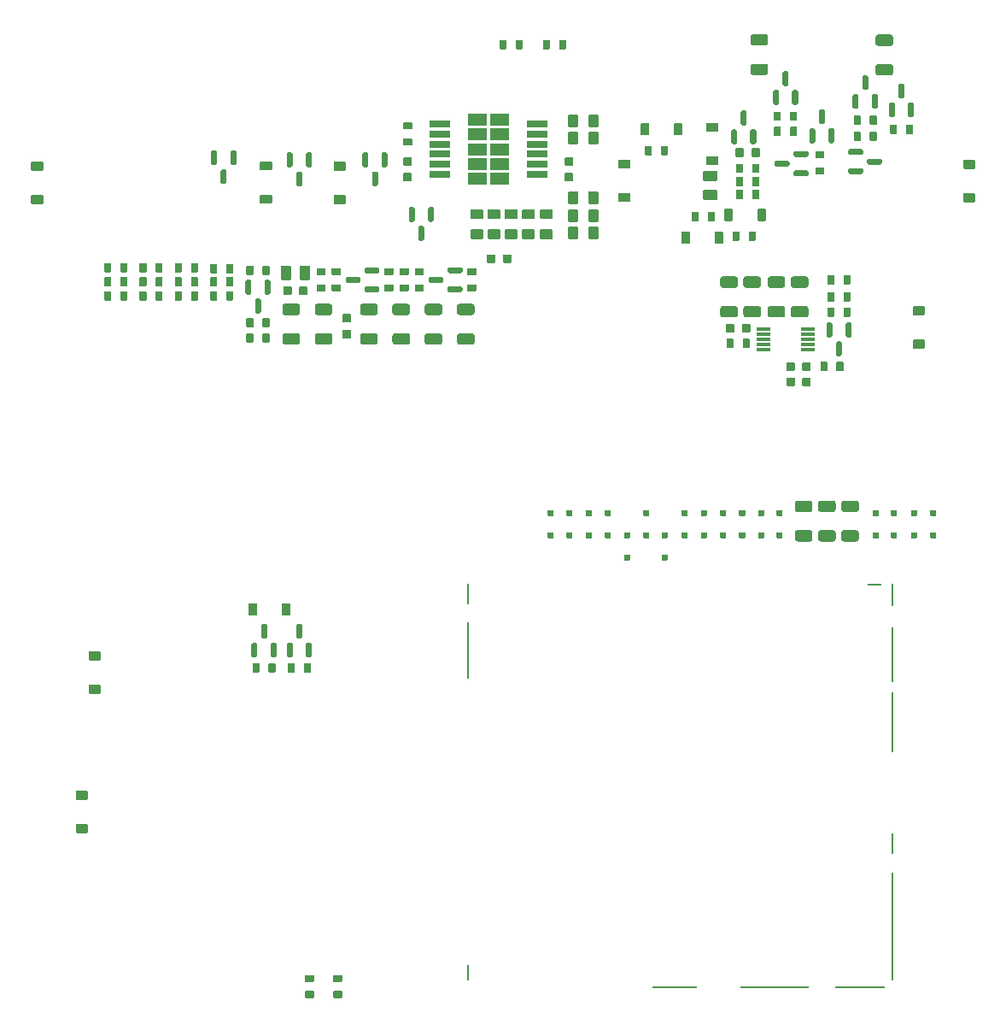
<source format=gbp>
G04 #@! TF.GenerationSoftware,KiCad,Pcbnew,7.0.11-7.0.11~ubuntu22.04.1*
G04 #@! TF.CreationDate,2024-04-14T22:11:57+00:00*
G04 #@! TF.ProjectId,alphax_4ch,616c7068-6178-45f3-9463-682e6b696361,i*
G04 #@! TF.SameCoordinates,PX141f5e0PYa2cace0*
G04 #@! TF.FileFunction,Paste,Bot*
G04 #@! TF.FilePolarity,Positive*
%FSLAX46Y46*%
G04 Gerber Fmt 4.6, Leading zero omitted, Abs format (unit mm)*
G04 Created by KiCad (PCBNEW 7.0.11-7.0.11~ubuntu22.04.1) date 2024-04-14 22:11:57*
%MOMM*%
%LPD*%
G01*
G04 APERTURE LIST*
%ADD10R,0.200000X2.300000*%
%ADD11R,0.200000X10.700000*%
%ADD12R,0.200000X2.100000*%
%ADD13R,0.200000X6.000000*%
%ADD14R,0.200000X5.400000*%
%ADD15R,1.400000X0.200000*%
%ADD16R,5.000000X0.200000*%
%ADD17R,6.800000X0.200000*%
%ADD18R,4.500000X0.200000*%
%ADD19R,0.200000X1.600000*%
%ADD20R,0.200000X5.700000*%
%ADD21R,0.200000X2.000000*%
%ADD22R,1.950000X1.160000*%
%ADD23R,2.000000X0.650000*%
%ADD24R,1.400000X0.300000*%
G04 APERTURE END LIST*
D10*
G04 #@! TO.C,M4*
X86600005Y42649999D03*
D11*
X86600003Y9850001D03*
D12*
X86600003Y18050000D03*
D13*
X86600003Y30099999D03*
D14*
X86600003Y36799996D03*
D15*
X84799996Y43700002D03*
D16*
X83400001Y3800001D03*
D17*
X74899998Y3800001D03*
D18*
X65049995Y3800001D03*
D19*
X44500000Y5300000D03*
D20*
X44500000Y37150003D03*
D21*
X44500000Y42799996D03*
G04 #@! TD*
G04 #@! TO.C,Q28*
G36*
G01*
X77100000Y91225000D02*
X76800000Y91225000D01*
G75*
G02*
X76650000Y91375000I0J150000D01*
G01*
X76650000Y92550000D01*
G75*
G02*
X76800000Y92700000I150000J0D01*
G01*
X77100000Y92700000D01*
G75*
G02*
X77250000Y92550000I0J-150000D01*
G01*
X77250000Y91375000D01*
G75*
G02*
X77100000Y91225000I-150000J0D01*
G01*
G37*
G36*
G01*
X76150000Y93100000D02*
X75850000Y93100000D01*
G75*
G02*
X75700000Y93250000I0J150000D01*
G01*
X75700000Y94425000D01*
G75*
G02*
X75850000Y94575000I150000J0D01*
G01*
X76150000Y94575000D01*
G75*
G02*
X76300000Y94425000I0J-150000D01*
G01*
X76300000Y93250000D01*
G75*
G02*
X76150000Y93100000I-150000J0D01*
G01*
G37*
G36*
G01*
X75200000Y91225000D02*
X74900000Y91225000D01*
G75*
G02*
X74750000Y91375000I0J150000D01*
G01*
X74750000Y92550000D01*
G75*
G02*
X74900000Y92700000I150000J0D01*
G01*
X75200000Y92700000D01*
G75*
G02*
X75350000Y92550000I0J-150000D01*
G01*
X75350000Y91375000D01*
G75*
G02*
X75200000Y91225000I-150000J0D01*
G01*
G37*
G04 #@! TD*
G04 #@! TO.C,R15*
G36*
G01*
X72450000Y67990000D02*
X72450000Y67210000D01*
G75*
G02*
X72380000Y67140000I-70000J0D01*
G01*
X71820000Y67140000D01*
G75*
G02*
X71750000Y67210000I0J70000D01*
G01*
X71750000Y67990000D01*
G75*
G02*
X71820000Y68060000I70000J0D01*
G01*
X72380000Y68060000D01*
G75*
G02*
X72450000Y67990000I0J-70000D01*
G01*
G37*
G36*
G01*
X70850000Y67990000D02*
X70850000Y67210000D01*
G75*
G02*
X70780000Y67140000I-70000J0D01*
G01*
X70220000Y67140000D01*
G75*
G02*
X70150000Y67210000I0J70000D01*
G01*
X70150000Y67990000D01*
G75*
G02*
X70220000Y68060000I70000J0D01*
G01*
X70780000Y68060000D01*
G75*
G02*
X70850000Y67990000I0J-70000D01*
G01*
G37*
G04 #@! TD*
G04 #@! TO.C,R1137*
G36*
G01*
X22550000Y74447500D02*
X22550000Y75227500D01*
G75*
G02*
X22620000Y75297500I70000J0D01*
G01*
X23180000Y75297500D01*
G75*
G02*
X23250000Y75227500I0J-70000D01*
G01*
X23250000Y74447500D01*
G75*
G02*
X23180000Y74377500I-70000J0D01*
G01*
X22620000Y74377500D01*
G75*
G02*
X22550000Y74447500I0J70000D01*
G01*
G37*
G36*
G01*
X24150000Y74447500D02*
X24150000Y75227500D01*
G75*
G02*
X24220000Y75297500I70000J0D01*
G01*
X24780000Y75297500D01*
G75*
G02*
X24850000Y75227500I0J-70000D01*
G01*
X24850000Y74447500D01*
G75*
G02*
X24780000Y74377500I-70000J0D01*
G01*
X24220000Y74377500D01*
G75*
G02*
X24150000Y74447500I0J70000D01*
G01*
G37*
G04 #@! TD*
G04 #@! TO.C,R8*
G36*
G01*
X38935290Y87190000D02*
X38155290Y87190000D01*
G75*
G02*
X38085290Y87260000I0J70000D01*
G01*
X38085290Y87820000D01*
G75*
G02*
X38155290Y87890000I70000J0D01*
G01*
X38935290Y87890000D01*
G75*
G02*
X39005290Y87820000I0J-70000D01*
G01*
X39005290Y87260000D01*
G75*
G02*
X38935290Y87190000I-70000J0D01*
G01*
G37*
G36*
G01*
X38935290Y88790000D02*
X38155290Y88790000D01*
G75*
G02*
X38085290Y88860000I0J70000D01*
G01*
X38085290Y89420000D01*
G75*
G02*
X38155290Y89490000I70000J0D01*
G01*
X38935290Y89490000D01*
G75*
G02*
X39005290Y89420000I0J-70000D01*
G01*
X39005290Y88860000D01*
G75*
G02*
X38935290Y88790000I-70000J0D01*
G01*
G37*
G04 #@! TD*
G04 #@! TO.C,C18*
G36*
G01*
X28625000Y73140000D02*
X28625000Y72460000D01*
G75*
G02*
X28540000Y72375000I-85000J0D01*
G01*
X27860000Y72375000D01*
G75*
G02*
X27775000Y72460000I0J85000D01*
G01*
X27775000Y73140000D01*
G75*
G02*
X27860000Y73225000I85000J0D01*
G01*
X28540000Y73225000D01*
G75*
G02*
X28625000Y73140000I0J-85000D01*
G01*
G37*
G36*
G01*
X27044998Y73140000D02*
X27044998Y72460000D01*
G75*
G02*
X26959998Y72375000I-85000J0D01*
G01*
X26279998Y72375000D01*
G75*
G02*
X26194998Y72460000I0J85000D01*
G01*
X26194998Y73140000D01*
G75*
G02*
X26279998Y73225000I85000J0D01*
G01*
X26959998Y73225000D01*
G75*
G02*
X27044998Y73140000I0J-85000D01*
G01*
G37*
G04 #@! TD*
G04 #@! TO.C,C48*
G36*
G01*
X57445290Y80765000D02*
X57445290Y79715000D01*
G75*
G02*
X57345290Y79615000I-100000J0D01*
G01*
X56545290Y79615000D01*
G75*
G02*
X56445290Y79715000I0J100000D01*
G01*
X56445290Y80765000D01*
G75*
G02*
X56545290Y80865000I100000J0D01*
G01*
X57345290Y80865000D01*
G75*
G02*
X57445290Y80765000I0J-100000D01*
G01*
G37*
G36*
G01*
X55445290Y80765000D02*
X55445290Y79715000D01*
G75*
G02*
X55345290Y79615000I-100000J0D01*
G01*
X54545290Y79615000D01*
G75*
G02*
X54445290Y79715000I0J100000D01*
G01*
X54445290Y80765000D01*
G75*
G02*
X54545290Y80865000I100000J0D01*
G01*
X55345290Y80865000D01*
G75*
G02*
X55445290Y80765000I0J-100000D01*
G01*
G37*
G04 #@! TD*
G04 #@! TO.C,R29*
G36*
G01*
X80150000Y70310000D02*
X80150000Y71090000D01*
G75*
G02*
X80220000Y71160000I70000J0D01*
G01*
X80780000Y71160000D01*
G75*
G02*
X80850000Y71090000I0J-70000D01*
G01*
X80850000Y70310000D01*
G75*
G02*
X80780000Y70240000I-70000J0D01*
G01*
X80220000Y70240000D01*
G75*
G02*
X80150000Y70310000I0J70000D01*
G01*
G37*
G36*
G01*
X81750000Y70310000D02*
X81750000Y71090000D01*
G75*
G02*
X81820000Y71160000I70000J0D01*
G01*
X82380000Y71160000D01*
G75*
G02*
X82450000Y71090000I0J-70000D01*
G01*
X82450000Y70310000D01*
G75*
G02*
X82380000Y70240000I-70000J0D01*
G01*
X81820000Y70240000D01*
G75*
G02*
X81750000Y70310000I0J70000D01*
G01*
G37*
G04 #@! TD*
G04 #@! TO.C,C3*
G36*
G01*
X38205290Y86055001D02*
X38885290Y86055001D01*
G75*
G02*
X38970290Y85970001I0J-85000D01*
G01*
X38970290Y85290001D01*
G75*
G02*
X38885290Y85205001I-85000J0D01*
G01*
X38205290Y85205001D01*
G75*
G02*
X38120290Y85290001I0J85000D01*
G01*
X38120290Y85970001D01*
G75*
G02*
X38205290Y86055001I85000J0D01*
G01*
G37*
G36*
G01*
X38205290Y84474999D02*
X38885290Y84474999D01*
G75*
G02*
X38970290Y84389999I0J-85000D01*
G01*
X38970290Y83709999D01*
G75*
G02*
X38885290Y83624999I-85000J0D01*
G01*
X38205290Y83624999D01*
G75*
G02*
X38120290Y83709999I0J85000D01*
G01*
X38120290Y84389999D01*
G75*
G02*
X38205290Y84474999I85000J0D01*
G01*
G37*
G04 #@! TD*
G04 #@! TO.C,D46*
G36*
G01*
X56800000Y48840000D02*
X56800000Y48360000D01*
G75*
G02*
X56740000Y48300000I-60000J0D01*
G01*
X56260000Y48300000D01*
G75*
G02*
X56200000Y48360000I0J60000D01*
G01*
X56200000Y48840000D01*
G75*
G02*
X56260000Y48900000I60000J0D01*
G01*
X56740000Y48900000D01*
G75*
G02*
X56800000Y48840000I0J-60000D01*
G01*
G37*
G36*
G01*
X56800000Y51040000D02*
X56800000Y50560000D01*
G75*
G02*
X56740000Y50500000I-60000J0D01*
G01*
X56260000Y50500000D01*
G75*
G02*
X56200000Y50560000I0J60000D01*
G01*
X56200000Y51040000D01*
G75*
G02*
X56260000Y51100000I60000J0D01*
G01*
X56740000Y51100000D01*
G75*
G02*
X56800000Y51040000I0J-60000D01*
G01*
G37*
G04 #@! TD*
G04 #@! TO.C,R87*
G36*
G01*
X11950000Y71910000D02*
X11950000Y72690000D01*
G75*
G02*
X12020000Y72760000I70000J0D01*
G01*
X12580000Y72760000D01*
G75*
G02*
X12650000Y72690000I0J-70000D01*
G01*
X12650000Y71910000D01*
G75*
G02*
X12580000Y71840000I-70000J0D01*
G01*
X12020000Y71840000D01*
G75*
G02*
X11950000Y71910000I0J70000D01*
G01*
G37*
G36*
G01*
X13550000Y71910000D02*
X13550000Y72690000D01*
G75*
G02*
X13620000Y72760000I70000J0D01*
G01*
X14180000Y72760000D01*
G75*
G02*
X14250000Y72690000I0J-70000D01*
G01*
X14250000Y71910000D01*
G75*
G02*
X14180000Y71840000I-70000J0D01*
G01*
X13620000Y71840000D01*
G75*
G02*
X13550000Y71910000I0J70000D01*
G01*
G37*
G04 #@! TD*
G04 #@! TO.C,R82*
G36*
G01*
X11950000Y74710000D02*
X11950000Y75490000D01*
G75*
G02*
X12020000Y75560000I70000J0D01*
G01*
X12580000Y75560000D01*
G75*
G02*
X12650000Y75490000I0J-70000D01*
G01*
X12650000Y74710000D01*
G75*
G02*
X12580000Y74640000I-70000J0D01*
G01*
X12020000Y74640000D01*
G75*
G02*
X11950000Y74710000I0J70000D01*
G01*
G37*
G36*
G01*
X13550000Y74710000D02*
X13550000Y75490000D01*
G75*
G02*
X13620000Y75560000I70000J0D01*
G01*
X14180000Y75560000D01*
G75*
G02*
X14250000Y75490000I0J-70000D01*
G01*
X14250000Y74710000D01*
G75*
G02*
X14180000Y74640000I-70000J0D01*
G01*
X13620000Y74640000D01*
G75*
G02*
X13550000Y74710000I0J70000D01*
G01*
G37*
G04 #@! TD*
G04 #@! TO.C,C7*
G36*
G01*
X76084999Y63460000D02*
X76084999Y64140000D01*
G75*
G02*
X76169999Y64225000I85000J0D01*
G01*
X76849999Y64225000D01*
G75*
G02*
X76934999Y64140000I0J-85000D01*
G01*
X76934999Y63460000D01*
G75*
G02*
X76849999Y63375000I-85000J0D01*
G01*
X76169999Y63375000D01*
G75*
G02*
X76084999Y63460000I0J85000D01*
G01*
G37*
G36*
G01*
X77665001Y63460000D02*
X77665001Y64140000D01*
G75*
G02*
X77750001Y64225000I85000J0D01*
G01*
X78430001Y64225000D01*
G75*
G02*
X78515001Y64140000I0J-85000D01*
G01*
X78515001Y63460000D01*
G75*
G02*
X78430001Y63375000I-85000J0D01*
G01*
X77750001Y63375000D01*
G75*
G02*
X77665001Y63460000I0J85000D01*
G01*
G37*
G04 #@! TD*
G04 #@! TO.C,D49*
G36*
G01*
X69900000Y79815000D02*
X69900000Y80835000D01*
G75*
G02*
X69990000Y80925000I90000J0D01*
G01*
X70710000Y80925000D01*
G75*
G02*
X70800000Y80835000I0J-90000D01*
G01*
X70800000Y79815000D01*
G75*
G02*
X70710000Y79725000I-90000J0D01*
G01*
X69990000Y79725000D01*
G75*
G02*
X69900000Y79815000I0J90000D01*
G01*
G37*
G36*
G01*
X73200000Y79815000D02*
X73200000Y80835000D01*
G75*
G02*
X73290000Y80925000I90000J0D01*
G01*
X74010000Y80925000D01*
G75*
G02*
X74100000Y80835000I0J-90000D01*
G01*
X74100000Y79815000D01*
G75*
G02*
X74010000Y79725000I-90000J0D01*
G01*
X73290000Y79725000D01*
G75*
G02*
X73200000Y79815000I0J90000D01*
G01*
G37*
G04 #@! TD*
G04 #@! TO.C,C20*
G36*
G01*
X48815001Y76340000D02*
X48815001Y75660000D01*
G75*
G02*
X48730001Y75575000I-85000J0D01*
G01*
X48050001Y75575000D01*
G75*
G02*
X47965001Y75660000I0J85000D01*
G01*
X47965001Y76340000D01*
G75*
G02*
X48050001Y76425000I85000J0D01*
G01*
X48730001Y76425000D01*
G75*
G02*
X48815001Y76340000I0J-85000D01*
G01*
G37*
G36*
G01*
X47234999Y76340000D02*
X47234999Y75660000D01*
G75*
G02*
X47149999Y75575000I-85000J0D01*
G01*
X46469999Y75575000D01*
G75*
G02*
X46384999Y75660000I0J85000D01*
G01*
X46384999Y76340000D01*
G75*
G02*
X46469999Y76425000I85000J0D01*
G01*
X47149999Y76425000D01*
G75*
G02*
X47234999Y76340000I0J-85000D01*
G01*
G37*
G04 #@! TD*
G04 #@! TO.C,D1*
G36*
G01*
X60000000Y48360000D02*
X60000000Y48840000D01*
G75*
G02*
X60060000Y48900000I60000J0D01*
G01*
X60540000Y48900000D01*
G75*
G02*
X60600000Y48840000I0J-60000D01*
G01*
X60600000Y48360000D01*
G75*
G02*
X60540000Y48300000I-60000J0D01*
G01*
X60060000Y48300000D01*
G75*
G02*
X60000000Y48360000I0J60000D01*
G01*
G37*
G36*
G01*
X60000000Y46160000D02*
X60000000Y46640000D01*
G75*
G02*
X60060000Y46700000I60000J0D01*
G01*
X60540000Y46700000D01*
G75*
G02*
X60600000Y46640000I0J-60000D01*
G01*
X60600000Y46160000D01*
G75*
G02*
X60540000Y46100000I-60000J0D01*
G01*
X60060000Y46100000D01*
G75*
G02*
X60000000Y46160000I0J60000D01*
G01*
G37*
G04 #@! TD*
G04 #@! TO.C,R21*
G36*
G01*
X83025000Y47975000D02*
X81775000Y47975000D01*
G75*
G02*
X81525000Y48225000I0J250000D01*
G01*
X81525000Y48850000D01*
G75*
G02*
X81775000Y49100000I250000J0D01*
G01*
X83025000Y49100000D01*
G75*
G02*
X83275000Y48850000I0J-250000D01*
G01*
X83275000Y48225000D01*
G75*
G02*
X83025000Y47975000I-250000J0D01*
G01*
G37*
G36*
G01*
X83025000Y50900000D02*
X81775000Y50900000D01*
G75*
G02*
X81525000Y51150000I0J250000D01*
G01*
X81525000Y51775000D01*
G75*
G02*
X81775000Y52025000I250000J0D01*
G01*
X83025000Y52025000D01*
G75*
G02*
X83275000Y51775000I0J-250000D01*
G01*
X83275000Y51150000D01*
G75*
G02*
X83025000Y50900000I-250000J0D01*
G01*
G37*
G04 #@! TD*
G04 #@! TO.C,C1*
G36*
G01*
X54885290Y83624999D02*
X54205290Y83624999D01*
G75*
G02*
X54120290Y83709999I0J85000D01*
G01*
X54120290Y84389999D01*
G75*
G02*
X54205290Y84474999I85000J0D01*
G01*
X54885290Y84474999D01*
G75*
G02*
X54970290Y84389999I0J-85000D01*
G01*
X54970290Y83709999D01*
G75*
G02*
X54885290Y83624999I-85000J0D01*
G01*
G37*
G36*
G01*
X54885290Y85205001D02*
X54205290Y85205001D01*
G75*
G02*
X54120290Y85290001I0J85000D01*
G01*
X54120290Y85970001D01*
G75*
G02*
X54205290Y86055001I85000J0D01*
G01*
X54885290Y86055001D01*
G75*
G02*
X54970290Y85970001I0J-85000D01*
G01*
X54970290Y85290001D01*
G75*
G02*
X54885290Y85205001I-85000J0D01*
G01*
G37*
G04 #@! TD*
G04 #@! TO.C,D23*
G36*
G01*
X19200000Y86737500D02*
X19500000Y86737500D01*
G75*
G02*
X19650000Y86587500I0J-150000D01*
G01*
X19650000Y85412500D01*
G75*
G02*
X19500000Y85262500I-150000J0D01*
G01*
X19200000Y85262500D01*
G75*
G02*
X19050000Y85412500I0J150000D01*
G01*
X19050000Y86587500D01*
G75*
G02*
X19200000Y86737500I150000J0D01*
G01*
G37*
G36*
G01*
X21100000Y86737500D02*
X21400000Y86737500D01*
G75*
G02*
X21550000Y86587500I0J-150000D01*
G01*
X21550000Y85412500D01*
G75*
G02*
X21400000Y85262500I-150000J0D01*
G01*
X21100000Y85262500D01*
G75*
G02*
X20950000Y85412500I0J150000D01*
G01*
X20950000Y86587500D01*
G75*
G02*
X21100000Y86737500I150000J0D01*
G01*
G37*
G36*
G01*
X20150000Y84862500D02*
X20450000Y84862500D01*
G75*
G02*
X20600000Y84712500I0J-150000D01*
G01*
X20600000Y83537500D01*
G75*
G02*
X20450000Y83387500I-150000J0D01*
G01*
X20150000Y83387500D01*
G75*
G02*
X20000000Y83537500I0J150000D01*
G01*
X20000000Y84712500D01*
G75*
G02*
X20150000Y84862500I150000J0D01*
G01*
G37*
G04 #@! TD*
G04 #@! TO.C,R55*
G36*
G01*
X86350000Y88410000D02*
X86350000Y89190000D01*
G75*
G02*
X86420000Y89260000I70000J0D01*
G01*
X86980000Y89260000D01*
G75*
G02*
X87050000Y89190000I0J-70000D01*
G01*
X87050000Y88410000D01*
G75*
G02*
X86980000Y88340000I-70000J0D01*
G01*
X86420000Y88340000D01*
G75*
G02*
X86350000Y88410000I0J70000D01*
G01*
G37*
G36*
G01*
X87950000Y88410000D02*
X87950000Y89190000D01*
G75*
G02*
X88020000Y89260000I70000J0D01*
G01*
X88580000Y89260000D01*
G75*
G02*
X88650000Y89190000I0J-70000D01*
G01*
X88650000Y88410000D01*
G75*
G02*
X88580000Y88340000I-70000J0D01*
G01*
X88020000Y88340000D01*
G75*
G02*
X87950000Y88410000I0J70000D01*
G01*
G37*
G04 #@! TD*
G04 #@! TO.C,R11*
G36*
G01*
X73325000Y70175000D02*
X72075000Y70175000D01*
G75*
G02*
X71825000Y70425000I0J250000D01*
G01*
X71825000Y71050000D01*
G75*
G02*
X72075000Y71300000I250000J0D01*
G01*
X73325000Y71300000D01*
G75*
G02*
X73575000Y71050000I0J-250000D01*
G01*
X73575000Y70425000D01*
G75*
G02*
X73325000Y70175000I-250000J0D01*
G01*
G37*
G36*
G01*
X73325000Y73100000D02*
X72075000Y73100000D01*
G75*
G02*
X71825000Y73350000I0J250000D01*
G01*
X71825000Y73975000D01*
G75*
G02*
X72075000Y74225000I250000J0D01*
G01*
X73325000Y74225000D01*
G75*
G02*
X73575000Y73975000I0J-250000D01*
G01*
X73575000Y73350000D01*
G75*
G02*
X73325000Y73100000I-250000J0D01*
G01*
G37*
G04 #@! TD*
G04 #@! TO.C,D6*
G36*
G01*
X87037495Y48841499D02*
X87037495Y48361499D01*
G75*
G02*
X86977495Y48301499I-60000J0D01*
G01*
X86497495Y48301499D01*
G75*
G02*
X86437495Y48361499I0J60000D01*
G01*
X86437495Y48841499D01*
G75*
G02*
X86497495Y48901499I60000J0D01*
G01*
X86977495Y48901499D01*
G75*
G02*
X87037495Y48841499I0J-60000D01*
G01*
G37*
G36*
G01*
X87037495Y51041499D02*
X87037495Y50561499D01*
G75*
G02*
X86977495Y50501499I-60000J0D01*
G01*
X86497495Y50501499D01*
G75*
G02*
X86437495Y50561499I0J60000D01*
G01*
X86437495Y51041499D01*
G75*
G02*
X86497495Y51101499I60000J0D01*
G01*
X86977495Y51101499D01*
G75*
G02*
X87037495Y51041499I0J-60000D01*
G01*
G37*
G04 #@! TD*
G04 #@! TO.C,Q1*
G36*
G01*
X43975000Y75000000D02*
X43975000Y74700000D01*
G75*
G02*
X43825000Y74550000I-150000J0D01*
G01*
X42650000Y74550000D01*
G75*
G02*
X42500000Y74700000I0J150000D01*
G01*
X42500000Y75000000D01*
G75*
G02*
X42650000Y75150000I150000J0D01*
G01*
X43825000Y75150000D01*
G75*
G02*
X43975000Y75000000I0J-150000D01*
G01*
G37*
G36*
G01*
X42100000Y74050000D02*
X42100000Y73750000D01*
G75*
G02*
X41950000Y73600000I-150000J0D01*
G01*
X40775000Y73600000D01*
G75*
G02*
X40625000Y73750000I0J150000D01*
G01*
X40625000Y74050000D01*
G75*
G02*
X40775000Y74200000I150000J0D01*
G01*
X41950000Y74200000D01*
G75*
G02*
X42100000Y74050000I0J-150000D01*
G01*
G37*
G36*
G01*
X43975000Y73100000D02*
X43975000Y72800000D01*
G75*
G02*
X43825000Y72650000I-150000J0D01*
G01*
X42650000Y72650000D01*
G75*
G02*
X42500000Y72800000I0J150000D01*
G01*
X42500000Y73100000D01*
G75*
G02*
X42650000Y73250000I150000J0D01*
G01*
X43825000Y73250000D01*
G75*
G02*
X43975000Y73100000I0J-150000D01*
G01*
G37*
G04 #@! TD*
G04 #@! TO.C,R24*
G36*
G01*
X38525000Y67475000D02*
X37275000Y67475000D01*
G75*
G02*
X37025000Y67725000I0J250000D01*
G01*
X37025000Y68350000D01*
G75*
G02*
X37275000Y68600000I250000J0D01*
G01*
X38525000Y68600000D01*
G75*
G02*
X38775000Y68350000I0J-250000D01*
G01*
X38775000Y67725000D01*
G75*
G02*
X38525000Y67475000I-250000J0D01*
G01*
G37*
G36*
G01*
X38525000Y70400000D02*
X37275000Y70400000D01*
G75*
G02*
X37025000Y70650000I0J250000D01*
G01*
X37025000Y71275000D01*
G75*
G02*
X37275000Y71525000I250000J0D01*
G01*
X38525000Y71525000D01*
G75*
G02*
X38775000Y71275000I0J-250000D01*
G01*
X38775000Y70650000D01*
G75*
G02*
X38525000Y70400000I-250000J0D01*
G01*
G37*
G04 #@! TD*
G04 #@! TO.C,Q19*
G36*
G01*
X85000000Y90825000D02*
X84700000Y90825000D01*
G75*
G02*
X84550000Y90975000I0J150000D01*
G01*
X84550000Y92150000D01*
G75*
G02*
X84700000Y92300000I150000J0D01*
G01*
X85000000Y92300000D01*
G75*
G02*
X85150000Y92150000I0J-150000D01*
G01*
X85150000Y90975000D01*
G75*
G02*
X85000000Y90825000I-150000J0D01*
G01*
G37*
G36*
G01*
X84050000Y92700000D02*
X83750000Y92700000D01*
G75*
G02*
X83600000Y92850000I0J150000D01*
G01*
X83600000Y94025000D01*
G75*
G02*
X83750000Y94175000I150000J0D01*
G01*
X84050000Y94175000D01*
G75*
G02*
X84200000Y94025000I0J-150000D01*
G01*
X84200000Y92850000D01*
G75*
G02*
X84050000Y92700000I-150000J0D01*
G01*
G37*
G36*
G01*
X83100000Y90825000D02*
X82800000Y90825000D01*
G75*
G02*
X82650000Y90975000I0J150000D01*
G01*
X82650000Y92150000D01*
G75*
G02*
X82800000Y92300000I150000J0D01*
G01*
X83100000Y92300000D01*
G75*
G02*
X83250000Y92150000I0J-150000D01*
G01*
X83250000Y90975000D01*
G75*
G02*
X83100000Y90825000I-150000J0D01*
G01*
G37*
G04 #@! TD*
G04 #@! TO.C,R38*
G36*
G01*
X23150000Y35067581D02*
X23150000Y35847581D01*
G75*
G02*
X23220000Y35917581I70000J0D01*
G01*
X23780000Y35917581D01*
G75*
G02*
X23850000Y35847581I0J-70000D01*
G01*
X23850000Y35067581D01*
G75*
G02*
X23780000Y34997581I-70000J0D01*
G01*
X23220000Y34997581D01*
G75*
G02*
X23150000Y35067581I0J70000D01*
G01*
G37*
G36*
G01*
X24750000Y35067581D02*
X24750000Y35847581D01*
G75*
G02*
X24820000Y35917581I70000J0D01*
G01*
X25380000Y35917581D01*
G75*
G02*
X25450000Y35847581I0J-70000D01*
G01*
X25450000Y35067581D01*
G75*
G02*
X25380000Y34997581I-70000J0D01*
G01*
X24820000Y34997581D01*
G75*
G02*
X24750000Y35067581I0J70000D01*
G01*
G37*
G04 #@! TD*
G04 #@! TO.C,D68*
G36*
G01*
X6730000Y19100000D02*
X5710000Y19100000D01*
G75*
G02*
X5620000Y19190000I0J90000D01*
G01*
X5620000Y19910000D01*
G75*
G02*
X5710000Y20000000I90000J0D01*
G01*
X6730000Y20000000D01*
G75*
G02*
X6820000Y19910000I0J-90000D01*
G01*
X6820000Y19190000D01*
G75*
G02*
X6730000Y19100000I-90000J0D01*
G01*
G37*
G36*
G01*
X6730000Y22400000D02*
X5710000Y22400000D01*
G75*
G02*
X5620000Y22490000I0J90000D01*
G01*
X5620000Y23210000D01*
G75*
G02*
X5710000Y23300000I90000J0D01*
G01*
X6730000Y23300000D01*
G75*
G02*
X6820000Y23210000I0J-90000D01*
G01*
X6820000Y22490000D01*
G75*
G02*
X6730000Y22400000I-90000J0D01*
G01*
G37*
G04 #@! TD*
G04 #@! TO.C,D22*
G36*
G01*
X58687498Y48841498D02*
X58687498Y48361498D01*
G75*
G02*
X58627498Y48301498I-60000J0D01*
G01*
X58147498Y48301498D01*
G75*
G02*
X58087498Y48361498I0J60000D01*
G01*
X58087498Y48841498D01*
G75*
G02*
X58147498Y48901498I60000J0D01*
G01*
X58627498Y48901498D01*
G75*
G02*
X58687498Y48841498I0J-60000D01*
G01*
G37*
G36*
G01*
X58687498Y51041498D02*
X58687498Y50561498D01*
G75*
G02*
X58627498Y50501498I-60000J0D01*
G01*
X58147498Y50501498D01*
G75*
G02*
X58087498Y50561498I0J60000D01*
G01*
X58087498Y51041498D01*
G75*
G02*
X58147498Y51101498I60000J0D01*
G01*
X58627498Y51101498D01*
G75*
G02*
X58687498Y51041498I0J-60000D01*
G01*
G37*
G04 #@! TD*
G04 #@! TO.C,R1112*
G36*
G01*
X70750000Y77835000D02*
X70750000Y78615000D01*
G75*
G02*
X70820000Y78685000I70000J0D01*
G01*
X71380000Y78685000D01*
G75*
G02*
X71450000Y78615000I0J-70000D01*
G01*
X71450000Y77835000D01*
G75*
G02*
X71380000Y77765000I-70000J0D01*
G01*
X70820000Y77765000D01*
G75*
G02*
X70750000Y77835000I0J70000D01*
G01*
G37*
G36*
G01*
X72350000Y77835000D02*
X72350000Y78615000D01*
G75*
G02*
X72420000Y78685000I70000J0D01*
G01*
X72980000Y78685000D01*
G75*
G02*
X73050000Y78615000I0J-70000D01*
G01*
X73050000Y77835000D01*
G75*
G02*
X72980000Y77765000I-70000J0D01*
G01*
X72420000Y77765000D01*
G75*
G02*
X72350000Y77835000I0J70000D01*
G01*
G37*
G04 #@! TD*
G04 #@! TO.C,R32*
G36*
G01*
X82450000Y72590000D02*
X82450000Y71810000D01*
G75*
G02*
X82380000Y71740000I-70000J0D01*
G01*
X81820000Y71740000D01*
G75*
G02*
X81750000Y71810000I0J70000D01*
G01*
X81750000Y72590000D01*
G75*
G02*
X81820000Y72660000I70000J0D01*
G01*
X82380000Y72660000D01*
G75*
G02*
X82450000Y72590000I0J-70000D01*
G01*
G37*
G36*
G01*
X80850000Y72590000D02*
X80850000Y71810000D01*
G75*
G02*
X80780000Y71740000I-70000J0D01*
G01*
X80220000Y71740000D01*
G75*
G02*
X80150000Y71810000I0J70000D01*
G01*
X80150000Y72590000D01*
G75*
G02*
X80220000Y72660000I70000J0D01*
G01*
X80780000Y72660000D01*
G75*
G02*
X80850000Y72590000I0J-70000D01*
G01*
G37*
G04 #@! TD*
G04 #@! TO.C,C6*
G36*
G01*
X76084999Y64960000D02*
X76084999Y65640000D01*
G75*
G02*
X76169999Y65725000I85000J0D01*
G01*
X76849999Y65725000D01*
G75*
G02*
X76934999Y65640000I0J-85000D01*
G01*
X76934999Y64960000D01*
G75*
G02*
X76849999Y64875000I-85000J0D01*
G01*
X76169999Y64875000D01*
G75*
G02*
X76084999Y64960000I0J85000D01*
G01*
G37*
G36*
G01*
X77665001Y64960000D02*
X77665001Y65640000D01*
G75*
G02*
X77750001Y65725000I85000J0D01*
G01*
X78430001Y65725000D01*
G75*
G02*
X78515001Y65640000I0J-85000D01*
G01*
X78515001Y64960000D01*
G75*
G02*
X78430001Y64875000I-85000J0D01*
G01*
X77750001Y64875000D01*
G75*
G02*
X77665001Y64960000I0J85000D01*
G01*
G37*
G04 #@! TD*
G04 #@! TO.C,D65*
G36*
G01*
X89715000Y67075000D02*
X88695000Y67075000D01*
G75*
G02*
X88605000Y67165000I0J90000D01*
G01*
X88605000Y67885000D01*
G75*
G02*
X88695000Y67975000I90000J0D01*
G01*
X89715000Y67975000D01*
G75*
G02*
X89805000Y67885000I0J-90000D01*
G01*
X89805000Y67165000D01*
G75*
G02*
X89715000Y67075000I-90000J0D01*
G01*
G37*
G36*
G01*
X89715000Y70375000D02*
X88695000Y70375000D01*
G75*
G02*
X88605000Y70465000I0J90000D01*
G01*
X88605000Y71185000D01*
G75*
G02*
X88695000Y71275000I90000J0D01*
G01*
X89715000Y71275000D01*
G75*
G02*
X89805000Y71185000I0J-90000D01*
G01*
X89805000Y70465000D01*
G75*
G02*
X89715000Y70375000I-90000J0D01*
G01*
G37*
G04 #@! TD*
G04 #@! TO.C,D42*
G36*
G01*
X72000000Y48840000D02*
X72000000Y48360000D01*
G75*
G02*
X71940000Y48300000I-60000J0D01*
G01*
X71460000Y48300000D01*
G75*
G02*
X71400000Y48360000I0J60000D01*
G01*
X71400000Y48840000D01*
G75*
G02*
X71460000Y48900000I60000J0D01*
G01*
X71940000Y48900000D01*
G75*
G02*
X72000000Y48840000I0J-60000D01*
G01*
G37*
G36*
G01*
X72000000Y51040000D02*
X72000000Y50560000D01*
G75*
G02*
X71940000Y50500000I-60000J0D01*
G01*
X71460000Y50500000D01*
G75*
G02*
X71400000Y50560000I0J60000D01*
G01*
X71400000Y51040000D01*
G75*
G02*
X71460000Y51100000I60000J0D01*
G01*
X71940000Y51100000D01*
G75*
G02*
X72000000Y51040000I0J-60000D01*
G01*
G37*
G04 #@! TD*
G04 #@! TO.C,C4*
G36*
G01*
X72515001Y69440000D02*
X72515001Y68760000D01*
G75*
G02*
X72430001Y68675000I-85000J0D01*
G01*
X71750001Y68675000D01*
G75*
G02*
X71665001Y68760000I0J85000D01*
G01*
X71665001Y69440000D01*
G75*
G02*
X71750001Y69525000I85000J0D01*
G01*
X72430001Y69525000D01*
G75*
G02*
X72515001Y69440000I0J-85000D01*
G01*
G37*
G36*
G01*
X70934999Y69440000D02*
X70934999Y68760000D01*
G75*
G02*
X70849999Y68675000I-85000J0D01*
G01*
X70169999Y68675000D01*
G75*
G02*
X70084999Y68760000I0J85000D01*
G01*
X70084999Y69440000D01*
G75*
G02*
X70169999Y69525000I85000J0D01*
G01*
X70849999Y69525000D01*
G75*
G02*
X70934999Y69440000I0J-85000D01*
G01*
G37*
G04 #@! TD*
G04 #@! TO.C,R88*
G36*
G01*
X15450000Y71910000D02*
X15450000Y72690000D01*
G75*
G02*
X15520000Y72760000I70000J0D01*
G01*
X16080000Y72760000D01*
G75*
G02*
X16150000Y72690000I0J-70000D01*
G01*
X16150000Y71910000D01*
G75*
G02*
X16080000Y71840000I-70000J0D01*
G01*
X15520000Y71840000D01*
G75*
G02*
X15450000Y71910000I0J70000D01*
G01*
G37*
G36*
G01*
X17050000Y71910000D02*
X17050000Y72690000D01*
G75*
G02*
X17120000Y72760000I70000J0D01*
G01*
X17680000Y72760000D01*
G75*
G02*
X17750000Y72690000I0J-70000D01*
G01*
X17750000Y71910000D01*
G75*
G02*
X17680000Y71840000I-70000J0D01*
G01*
X17120000Y71840000D01*
G75*
G02*
X17050000Y71910000I0J70000D01*
G01*
G37*
G04 #@! TD*
G04 #@! TO.C,Q3*
G36*
G01*
X35737500Y75000000D02*
X35737500Y74700000D01*
G75*
G02*
X35587500Y74550000I-150000J0D01*
G01*
X34412500Y74550000D01*
G75*
G02*
X34262500Y74700000I0J150000D01*
G01*
X34262500Y75000000D01*
G75*
G02*
X34412500Y75150000I150000J0D01*
G01*
X35587500Y75150000D01*
G75*
G02*
X35737500Y75000000I0J-150000D01*
G01*
G37*
G36*
G01*
X33862500Y74050000D02*
X33862500Y73750000D01*
G75*
G02*
X33712500Y73600000I-150000J0D01*
G01*
X32537500Y73600000D01*
G75*
G02*
X32387500Y73750000I0J150000D01*
G01*
X32387500Y74050000D01*
G75*
G02*
X32537500Y74200000I150000J0D01*
G01*
X33712500Y74200000D01*
G75*
G02*
X33862500Y74050000I0J-150000D01*
G01*
G37*
G36*
G01*
X35737500Y73100000D02*
X35737500Y72800000D01*
G75*
G02*
X35587500Y72650000I-150000J0D01*
G01*
X34412500Y72650000D01*
G75*
G02*
X34262500Y72800000I0J150000D01*
G01*
X34262500Y73100000D01*
G75*
G02*
X34412500Y73250000I150000J0D01*
G01*
X35587500Y73250000D01*
G75*
G02*
X35737500Y73100000I0J-150000D01*
G01*
G37*
G04 #@! TD*
G04 #@! TO.C,R1127*
G36*
G01*
X38590000Y72750000D02*
X37810000Y72750000D01*
G75*
G02*
X37740000Y72820000I0J70000D01*
G01*
X37740000Y73380000D01*
G75*
G02*
X37810000Y73450000I70000J0D01*
G01*
X38590000Y73450000D01*
G75*
G02*
X38660000Y73380000I0J-70000D01*
G01*
X38660000Y72820000D01*
G75*
G02*
X38590000Y72750000I-70000J0D01*
G01*
G37*
G36*
G01*
X38590000Y74350000D02*
X37810000Y74350000D01*
G75*
G02*
X37740000Y74420000I0J70000D01*
G01*
X37740000Y74980000D01*
G75*
G02*
X37810000Y75050000I70000J0D01*
G01*
X38590000Y75050000D01*
G75*
G02*
X38660000Y74980000I0J-70000D01*
G01*
X38660000Y74420000D01*
G75*
G02*
X38590000Y74350000I-70000J0D01*
G01*
G37*
G04 #@! TD*
G04 #@! TO.C,R34*
G36*
G01*
X74025000Y94175000D02*
X72775000Y94175000D01*
G75*
G02*
X72525000Y94425000I0J250000D01*
G01*
X72525000Y95050000D01*
G75*
G02*
X72775000Y95300000I250000J0D01*
G01*
X74025000Y95300000D01*
G75*
G02*
X74275000Y95050000I0J-250000D01*
G01*
X74275000Y94425000D01*
G75*
G02*
X74025000Y94175000I-250000J0D01*
G01*
G37*
G36*
G01*
X74025000Y97100000D02*
X72775000Y97100000D01*
G75*
G02*
X72525000Y97350000I0J250000D01*
G01*
X72525000Y97975000D01*
G75*
G02*
X72775000Y98225000I250000J0D01*
G01*
X74025000Y98225000D01*
G75*
G02*
X74275000Y97975000I0J-250000D01*
G01*
X74275000Y97350000D01*
G75*
G02*
X74025000Y97100000I-250000J0D01*
G01*
G37*
G04 #@! TD*
G04 #@! TO.C,R41*
G36*
G01*
X45290000Y72750000D02*
X44510000Y72750000D01*
G75*
G02*
X44440000Y72820000I0J70000D01*
G01*
X44440000Y73380000D01*
G75*
G02*
X44510000Y73450000I70000J0D01*
G01*
X45290000Y73450000D01*
G75*
G02*
X45360000Y73380000I0J-70000D01*
G01*
X45360000Y72820000D01*
G75*
G02*
X45290000Y72750000I-70000J0D01*
G01*
G37*
G36*
G01*
X45290000Y74350000D02*
X44510000Y74350000D01*
G75*
G02*
X44440000Y74420000I0J70000D01*
G01*
X44440000Y74980000D01*
G75*
G02*
X44510000Y75050000I70000J0D01*
G01*
X45290000Y75050000D01*
G75*
G02*
X45360000Y74980000I0J-70000D01*
G01*
X45360000Y74420000D01*
G75*
G02*
X45290000Y74350000I-70000J0D01*
G01*
G37*
G04 #@! TD*
G04 #@! TO.C,Q29*
G36*
G01*
X88600000Y89987500D02*
X88300000Y89987500D01*
G75*
G02*
X88150000Y90137500I0J150000D01*
G01*
X88150000Y91312500D01*
G75*
G02*
X88300000Y91462500I150000J0D01*
G01*
X88600000Y91462500D01*
G75*
G02*
X88750000Y91312500I0J-150000D01*
G01*
X88750000Y90137500D01*
G75*
G02*
X88600000Y89987500I-150000J0D01*
G01*
G37*
G36*
G01*
X87650000Y91862500D02*
X87350000Y91862500D01*
G75*
G02*
X87200000Y92012500I0J150000D01*
G01*
X87200000Y93187500D01*
G75*
G02*
X87350000Y93337500I150000J0D01*
G01*
X87650000Y93337500D01*
G75*
G02*
X87800000Y93187500I0J-150000D01*
G01*
X87800000Y92012500D01*
G75*
G02*
X87650000Y91862500I-150000J0D01*
G01*
G37*
G36*
G01*
X86700000Y89987500D02*
X86400000Y89987500D01*
G75*
G02*
X86250000Y90137500I0J150000D01*
G01*
X86250000Y91312500D01*
G75*
G02*
X86400000Y91462500I150000J0D01*
G01*
X86700000Y91462500D01*
G75*
G02*
X86850000Y91312500I0J-150000D01*
G01*
X86850000Y90137500D01*
G75*
G02*
X86700000Y89987500I-150000J0D01*
G01*
G37*
G04 #@! TD*
G04 #@! TO.C,R79*
G36*
G01*
X21250000Y74090000D02*
X21250000Y73310000D01*
G75*
G02*
X21180000Y73240000I-70000J0D01*
G01*
X20620000Y73240000D01*
G75*
G02*
X20550000Y73310000I0J70000D01*
G01*
X20550000Y74090000D01*
G75*
G02*
X20620000Y74160000I70000J0D01*
G01*
X21180000Y74160000D01*
G75*
G02*
X21250000Y74090000I0J-70000D01*
G01*
G37*
G36*
G01*
X19650000Y74090000D02*
X19650000Y73310000D01*
G75*
G02*
X19580000Y73240000I-70000J0D01*
G01*
X19020000Y73240000D01*
G75*
G02*
X18950000Y73310000I0J70000D01*
G01*
X18950000Y74090000D01*
G75*
G02*
X19020000Y74160000I70000J0D01*
G01*
X19580000Y74160000D01*
G75*
G02*
X19650000Y74090000I0J-70000D01*
G01*
G37*
G04 #@! TD*
G04 #@! TO.C,C45*
G36*
G01*
X57445290Y90165000D02*
X57445290Y89115000D01*
G75*
G02*
X57345290Y89015000I-100000J0D01*
G01*
X56545290Y89015000D01*
G75*
G02*
X56445290Y89115000I0J100000D01*
G01*
X56445290Y90165000D01*
G75*
G02*
X56545290Y90265000I100000J0D01*
G01*
X57345290Y90265000D01*
G75*
G02*
X57445290Y90165000I0J-100000D01*
G01*
G37*
G36*
G01*
X55445290Y90165000D02*
X55445290Y89115000D01*
G75*
G02*
X55345290Y89015000I-100000J0D01*
G01*
X54545290Y89015000D01*
G75*
G02*
X54445290Y89115000I0J100000D01*
G01*
X54445290Y90165000D01*
G75*
G02*
X54545290Y90265000I100000J0D01*
G01*
X55345290Y90265000D01*
G75*
G02*
X55445290Y90165000I0J-100000D01*
G01*
G37*
G04 #@! TD*
G04 #@! TO.C,R33*
G36*
G01*
X67925000Y84687501D02*
X69175000Y84687501D01*
G75*
G02*
X69275000Y84587501I0J-100000D01*
G01*
X69275000Y83787501D01*
G75*
G02*
X69175000Y83687501I-100000J0D01*
G01*
X67925000Y83687501D01*
G75*
G02*
X67825000Y83787501I0J100000D01*
G01*
X67825000Y84587501D01*
G75*
G02*
X67925000Y84687501I100000J0D01*
G01*
G37*
G36*
G01*
X67925000Y82787479D02*
X69175000Y82787479D01*
G75*
G02*
X69275000Y82687479I0J-100000D01*
G01*
X69275000Y81887479D01*
G75*
G02*
X69175000Y81787479I-100000J0D01*
G01*
X67925000Y81787479D01*
G75*
G02*
X67825000Y81887479I0J100000D01*
G01*
X67825000Y82687479D01*
G75*
G02*
X67925000Y82787479I100000J0D01*
G01*
G37*
G04 #@! TD*
G04 #@! TO.C,R81*
G36*
G01*
X17750000Y75490000D02*
X17750000Y74710000D01*
G75*
G02*
X17680000Y74640000I-70000J0D01*
G01*
X17120000Y74640000D01*
G75*
G02*
X17050000Y74710000I0J70000D01*
G01*
X17050000Y75490000D01*
G75*
G02*
X17120000Y75560000I70000J0D01*
G01*
X17680000Y75560000D01*
G75*
G02*
X17750000Y75490000I0J-70000D01*
G01*
G37*
G36*
G01*
X16150000Y75490000D02*
X16150000Y74710000D01*
G75*
G02*
X16080000Y74640000I-70000J0D01*
G01*
X15520000Y74640000D01*
G75*
G02*
X15450000Y74710000I0J70000D01*
G01*
X15450000Y75490000D01*
G75*
G02*
X15520000Y75560000I70000J0D01*
G01*
X16080000Y75560000D01*
G75*
G02*
X16150000Y75490000I0J-70000D01*
G01*
G37*
G04 #@! TD*
G04 #@! TO.C,R1128*
G36*
G01*
X39310000Y75050000D02*
X40090000Y75050000D01*
G75*
G02*
X40160000Y74980000I0J-70000D01*
G01*
X40160000Y74420000D01*
G75*
G02*
X40090000Y74350000I-70000J0D01*
G01*
X39310000Y74350000D01*
G75*
G02*
X39240000Y74420000I0J70000D01*
G01*
X39240000Y74980000D01*
G75*
G02*
X39310000Y75050000I70000J0D01*
G01*
G37*
G36*
G01*
X39310000Y73450000D02*
X40090000Y73450000D01*
G75*
G02*
X40160000Y73380000I0J-70000D01*
G01*
X40160000Y72820000D01*
G75*
G02*
X40090000Y72750000I-70000J0D01*
G01*
X39310000Y72750000D01*
G75*
G02*
X39240000Y72820000I0J70000D01*
G01*
X39240000Y73380000D01*
G75*
G02*
X39310000Y73450000I70000J0D01*
G01*
G37*
G04 #@! TD*
G04 #@! TO.C,D19*
G36*
G01*
X34200000Y86512500D02*
X34500000Y86512500D01*
G75*
G02*
X34650000Y86362500I0J-150000D01*
G01*
X34650000Y85187500D01*
G75*
G02*
X34500000Y85037500I-150000J0D01*
G01*
X34200000Y85037500D01*
G75*
G02*
X34050000Y85187500I0J150000D01*
G01*
X34050000Y86362500D01*
G75*
G02*
X34200000Y86512500I150000J0D01*
G01*
G37*
G36*
G01*
X36100000Y86512500D02*
X36400000Y86512500D01*
G75*
G02*
X36550000Y86362500I0J-150000D01*
G01*
X36550000Y85187500D01*
G75*
G02*
X36400000Y85037500I-150000J0D01*
G01*
X36100000Y85037500D01*
G75*
G02*
X35950000Y85187500I0J150000D01*
G01*
X35950000Y86362500D01*
G75*
G02*
X36100000Y86512500I150000J0D01*
G01*
G37*
G36*
G01*
X35150000Y84637500D02*
X35450000Y84637500D01*
G75*
G02*
X35600000Y84487500I0J-150000D01*
G01*
X35600000Y83312500D01*
G75*
G02*
X35450000Y83162500I-150000J0D01*
G01*
X35150000Y83162500D01*
G75*
G02*
X35000000Y83312500I0J150000D01*
G01*
X35000000Y84487500D01*
G75*
G02*
X35150000Y84637500I150000J0D01*
G01*
G37*
G04 #@! TD*
D22*
G04 #@! TO.C,U7*
X47670290Y83920000D03*
X47670290Y85380000D03*
X47670290Y86840000D03*
X47670290Y88300000D03*
X47670290Y89760000D03*
X45420290Y83920000D03*
X45420290Y85380000D03*
X45420290Y86840000D03*
X45420290Y88300000D03*
X45420290Y89760000D03*
D23*
X51345290Y89340000D03*
X51345290Y88340000D03*
X51345290Y87340000D03*
X51345290Y86340000D03*
X51345290Y85340000D03*
X51345290Y84340000D03*
X41745290Y84340000D03*
X41745290Y85340000D03*
X41745290Y86340000D03*
X41745290Y87340000D03*
X41745290Y88340000D03*
X41745290Y89340000D03*
G04 #@! TD*
G04 #@! TO.C,R1140*
G36*
G01*
X24850000Y68527500D02*
X24850000Y67747500D01*
G75*
G02*
X24780000Y67677500I-70000J0D01*
G01*
X24220000Y67677500D01*
G75*
G02*
X24150000Y67747500I0J70000D01*
G01*
X24150000Y68527500D01*
G75*
G02*
X24220000Y68597500I70000J0D01*
G01*
X24780000Y68597500D01*
G75*
G02*
X24850000Y68527500I0J-70000D01*
G01*
G37*
G36*
G01*
X23250000Y68527500D02*
X23250000Y67747500D01*
G75*
G02*
X23180000Y67677500I-70000J0D01*
G01*
X22620000Y67677500D01*
G75*
G02*
X22550000Y67747500I0J70000D01*
G01*
X22550000Y68527500D01*
G75*
G02*
X22620000Y68597500I70000J0D01*
G01*
X23180000Y68597500D01*
G75*
G02*
X23250000Y68527500I0J-70000D01*
G01*
G37*
G04 #@! TD*
G04 #@! TO.C,R1135*
G36*
G01*
X44925000Y67475000D02*
X43675000Y67475000D01*
G75*
G02*
X43425000Y67725000I0J250000D01*
G01*
X43425000Y68350000D01*
G75*
G02*
X43675000Y68600000I250000J0D01*
G01*
X44925000Y68600000D01*
G75*
G02*
X45175000Y68350000I0J-250000D01*
G01*
X45175000Y67725000D01*
G75*
G02*
X44925000Y67475000I-250000J0D01*
G01*
G37*
G36*
G01*
X44925000Y70400000D02*
X43675000Y70400000D01*
G75*
G02*
X43425000Y70650000I0J250000D01*
G01*
X43425000Y71275000D01*
G75*
G02*
X43675000Y71525000I250000J0D01*
G01*
X44925000Y71525000D01*
G75*
G02*
X45175000Y71275000I0J-250000D01*
G01*
X45175000Y70650000D01*
G75*
G02*
X44925000Y70400000I-250000J0D01*
G01*
G37*
G04 #@! TD*
G04 #@! TO.C,D26*
G36*
G01*
X69260000Y85237500D02*
X68240000Y85237500D01*
G75*
G02*
X68150000Y85327500I0J90000D01*
G01*
X68150000Y86047500D01*
G75*
G02*
X68240000Y86137500I90000J0D01*
G01*
X69260000Y86137500D01*
G75*
G02*
X69350000Y86047500I0J-90000D01*
G01*
X69350000Y85327500D01*
G75*
G02*
X69260000Y85237500I-90000J0D01*
G01*
G37*
G36*
G01*
X69260000Y88537500D02*
X68240000Y88537500D01*
G75*
G02*
X68150000Y88627500I0J90000D01*
G01*
X68150000Y89347500D01*
G75*
G02*
X68240000Y89437500I90000J0D01*
G01*
X69260000Y89437500D01*
G75*
G02*
X69350000Y89347500I0J-90000D01*
G01*
X69350000Y88627500D01*
G75*
G02*
X69260000Y88537500I-90000J0D01*
G01*
G37*
G04 #@! TD*
G04 #@! TO.C,R52*
G36*
G01*
X85050000Y88490000D02*
X85050000Y87710000D01*
G75*
G02*
X84980000Y87640000I-70000J0D01*
G01*
X84420000Y87640000D01*
G75*
G02*
X84350000Y87710000I0J70000D01*
G01*
X84350000Y88490000D01*
G75*
G02*
X84420000Y88560000I70000J0D01*
G01*
X84980000Y88560000D01*
G75*
G02*
X85050000Y88490000I0J-70000D01*
G01*
G37*
G36*
G01*
X83450000Y88490000D02*
X83450000Y87710000D01*
G75*
G02*
X83380000Y87640000I-70000J0D01*
G01*
X82820000Y87640000D01*
G75*
G02*
X82750000Y87710000I0J70000D01*
G01*
X82750000Y88490000D01*
G75*
G02*
X82820000Y88560000I70000J0D01*
G01*
X83380000Y88560000D01*
G75*
G02*
X83450000Y88490000I0J-70000D01*
G01*
G37*
G04 #@! TD*
G04 #@! TO.C,R19*
G36*
G01*
X86425000Y94137500D02*
X85175000Y94137500D01*
G75*
G02*
X84925000Y94387500I0J250000D01*
G01*
X84925000Y95012500D01*
G75*
G02*
X85175000Y95262500I250000J0D01*
G01*
X86425000Y95262500D01*
G75*
G02*
X86675000Y95012500I0J-250000D01*
G01*
X86675000Y94387500D01*
G75*
G02*
X86425000Y94137500I-250000J0D01*
G01*
G37*
G36*
G01*
X86425000Y97062500D02*
X85175000Y97062500D01*
G75*
G02*
X84925000Y97312500I0J250000D01*
G01*
X84925000Y97937500D01*
G75*
G02*
X85175000Y98187500I250000J0D01*
G01*
X86425000Y98187500D01*
G75*
G02*
X86675000Y97937500I0J-250000D01*
G01*
X86675000Y97312500D01*
G75*
G02*
X86425000Y97062500I-250000J0D01*
G01*
G37*
G04 #@! TD*
G04 #@! TO.C,R1125*
G36*
G01*
X37052500Y72750000D02*
X36272500Y72750000D01*
G75*
G02*
X36202500Y72820000I0J70000D01*
G01*
X36202500Y73380000D01*
G75*
G02*
X36272500Y73450000I70000J0D01*
G01*
X37052500Y73450000D01*
G75*
G02*
X37122500Y73380000I0J-70000D01*
G01*
X37122500Y72820000D01*
G75*
G02*
X37052500Y72750000I-70000J0D01*
G01*
G37*
G36*
G01*
X37052500Y74350000D02*
X36272500Y74350000D01*
G75*
G02*
X36202500Y74420000I0J70000D01*
G01*
X36202500Y74980000D01*
G75*
G02*
X36272500Y75050000I70000J0D01*
G01*
X37052500Y75050000D01*
G75*
G02*
X37122500Y74980000I0J-70000D01*
G01*
X37122500Y74420000D01*
G75*
G02*
X37052500Y74350000I-70000J0D01*
G01*
G37*
G04 #@! TD*
G04 #@! TO.C,D8*
G36*
G01*
X68200000Y48840000D02*
X68200000Y48360000D01*
G75*
G02*
X68140000Y48300000I-60000J0D01*
G01*
X67660000Y48300000D01*
G75*
G02*
X67600000Y48360000I0J60000D01*
G01*
X67600000Y48840000D01*
G75*
G02*
X67660000Y48900000I60000J0D01*
G01*
X68140000Y48900000D01*
G75*
G02*
X68200000Y48840000I0J-60000D01*
G01*
G37*
G36*
G01*
X68200000Y51040000D02*
X68200000Y50560000D01*
G75*
G02*
X68140000Y50500000I-60000J0D01*
G01*
X67660000Y50500000D01*
G75*
G02*
X67600000Y50560000I0J60000D01*
G01*
X67600000Y51040000D01*
G75*
G02*
X67660000Y51100000I60000J0D01*
G01*
X68140000Y51100000D01*
G75*
G02*
X68200000Y51040000I0J-60000D01*
G01*
G37*
G04 #@! TD*
G04 #@! TO.C,R14*
G36*
G01*
X26650000Y35067581D02*
X26650000Y35847581D01*
G75*
G02*
X26720000Y35917581I70000J0D01*
G01*
X27280000Y35917581D01*
G75*
G02*
X27350000Y35847581I0J-70000D01*
G01*
X27350000Y35067581D01*
G75*
G02*
X27280000Y34997581I-70000J0D01*
G01*
X26720000Y34997581D01*
G75*
G02*
X26650000Y35067581I0J70000D01*
G01*
G37*
G36*
G01*
X28250000Y35067581D02*
X28250000Y35847581D01*
G75*
G02*
X28320000Y35917581I70000J0D01*
G01*
X28880000Y35917581D01*
G75*
G02*
X28950000Y35847581I0J-70000D01*
G01*
X28950000Y35067581D01*
G75*
G02*
X28880000Y34997581I-70000J0D01*
G01*
X28320000Y34997581D01*
G75*
G02*
X28250000Y35067581I0J70000D01*
G01*
G37*
G04 #@! TD*
G04 #@! TO.C,R9*
G36*
G01*
X71025000Y70175000D02*
X69775000Y70175000D01*
G75*
G02*
X69525000Y70425000I0J250000D01*
G01*
X69525000Y71050000D01*
G75*
G02*
X69775000Y71300000I250000J0D01*
G01*
X71025000Y71300000D01*
G75*
G02*
X71275000Y71050000I0J-250000D01*
G01*
X71275000Y70425000D01*
G75*
G02*
X71025000Y70175000I-250000J0D01*
G01*
G37*
G36*
G01*
X71025000Y73100000D02*
X69775000Y73100000D01*
G75*
G02*
X69525000Y73350000I0J250000D01*
G01*
X69525000Y73975000D01*
G75*
G02*
X69775000Y74225000I250000J0D01*
G01*
X71025000Y74225000D01*
G75*
G02*
X71275000Y73975000I0J-250000D01*
G01*
X71275000Y73350000D01*
G75*
G02*
X71025000Y73100000I-250000J0D01*
G01*
G37*
G04 #@! TD*
G04 #@! TO.C,D24*
G36*
G01*
X73900000Y48840000D02*
X73900000Y48360000D01*
G75*
G02*
X73840000Y48300000I-60000J0D01*
G01*
X73360000Y48300000D01*
G75*
G02*
X73300000Y48360000I0J60000D01*
G01*
X73300000Y48840000D01*
G75*
G02*
X73360000Y48900000I60000J0D01*
G01*
X73840000Y48900000D01*
G75*
G02*
X73900000Y48840000I0J-60000D01*
G01*
G37*
G36*
G01*
X73900000Y51040000D02*
X73900000Y50560000D01*
G75*
G02*
X73840000Y50500000I-60000J0D01*
G01*
X73360000Y50500000D01*
G75*
G02*
X73300000Y50560000I0J60000D01*
G01*
X73300000Y51040000D01*
G75*
G02*
X73360000Y51100000I60000J0D01*
G01*
X73840000Y51100000D01*
G75*
G02*
X73900000Y51040000I0J-60000D01*
G01*
G37*
G04 #@! TD*
G04 #@! TO.C,R53*
G36*
G01*
X77150000Y90490000D02*
X77150000Y89710000D01*
G75*
G02*
X77080000Y89640000I-70000J0D01*
G01*
X76520000Y89640000D01*
G75*
G02*
X76450000Y89710000I0J70000D01*
G01*
X76450000Y90490000D01*
G75*
G02*
X76520000Y90560000I70000J0D01*
G01*
X77080000Y90560000D01*
G75*
G02*
X77150000Y90490000I0J-70000D01*
G01*
G37*
G36*
G01*
X75550000Y90490000D02*
X75550000Y89710000D01*
G75*
G02*
X75480000Y89640000I-70000J0D01*
G01*
X74920000Y89640000D01*
G75*
G02*
X74850000Y89710000I0J70000D01*
G01*
X74850000Y90490000D01*
G75*
G02*
X74920000Y90560000I70000J0D01*
G01*
X75480000Y90560000D01*
G75*
G02*
X75550000Y90490000I0J-70000D01*
G01*
G37*
G04 #@! TD*
G04 #@! TO.C,D72*
G36*
G01*
X65800000Y89310000D02*
X65800000Y88290000D01*
G75*
G02*
X65710000Y88200000I-90000J0D01*
G01*
X64990000Y88200000D01*
G75*
G02*
X64900000Y88290000I0J90000D01*
G01*
X64900000Y89310000D01*
G75*
G02*
X64990000Y89400000I90000J0D01*
G01*
X65710000Y89400000D01*
G75*
G02*
X65800000Y89310000I0J-90000D01*
G01*
G37*
G36*
G01*
X62500000Y89310000D02*
X62500000Y88290000D01*
G75*
G02*
X62410000Y88200000I-90000J0D01*
G01*
X61690000Y88200000D01*
G75*
G02*
X61600000Y88290000I0J90000D01*
G01*
X61600000Y89310000D01*
G75*
G02*
X61690000Y89400000I90000J0D01*
G01*
X62410000Y89400000D01*
G75*
G02*
X62500000Y89310000I0J-90000D01*
G01*
G37*
G04 #@! TD*
G04 #@! TO.C,R39*
G36*
G01*
X85050000Y90090000D02*
X85050000Y89310000D01*
G75*
G02*
X84980000Y89240000I-70000J0D01*
G01*
X84420000Y89240000D01*
G75*
G02*
X84350000Y89310000I0J70000D01*
G01*
X84350000Y90090000D01*
G75*
G02*
X84420000Y90160000I70000J0D01*
G01*
X84980000Y90160000D01*
G75*
G02*
X85050000Y90090000I0J-70000D01*
G01*
G37*
G36*
G01*
X83450000Y90090000D02*
X83450000Y89310000D01*
G75*
G02*
X83380000Y89240000I-70000J0D01*
G01*
X82820000Y89240000D01*
G75*
G02*
X82750000Y89310000I0J70000D01*
G01*
X82750000Y90090000D01*
G75*
G02*
X82820000Y90160000I70000J0D01*
G01*
X83380000Y90160000D01*
G75*
G02*
X83450000Y90090000I0J-70000D01*
G01*
G37*
G04 #@! TD*
D24*
G04 #@! TO.C,U1*
X73800000Y67000000D03*
X73800000Y67500000D03*
X73800000Y68000000D03*
X73800000Y68500000D03*
X73800000Y69000000D03*
X78200000Y69000000D03*
X78200000Y68500000D03*
X78200000Y68000000D03*
X78200000Y67500000D03*
X78200000Y67000000D03*
G04 #@! TD*
G04 #@! TO.C,R1126*
G36*
G01*
X35325000Y67475000D02*
X34075000Y67475000D01*
G75*
G02*
X33825000Y67725000I0J250000D01*
G01*
X33825000Y68350000D01*
G75*
G02*
X34075000Y68600000I250000J0D01*
G01*
X35325000Y68600000D01*
G75*
G02*
X35575000Y68350000I0J-250000D01*
G01*
X35575000Y67725000D01*
G75*
G02*
X35325000Y67475000I-250000J0D01*
G01*
G37*
G36*
G01*
X35325000Y70400000D02*
X34075000Y70400000D01*
G75*
G02*
X33825000Y70650000I0J250000D01*
G01*
X33825000Y71275000D01*
G75*
G02*
X34075000Y71525000I250000J0D01*
G01*
X35325000Y71525000D01*
G75*
G02*
X35575000Y71275000I0J-250000D01*
G01*
X35575000Y70650000D01*
G75*
G02*
X35325000Y70400000I-250000J0D01*
G01*
G37*
G04 #@! TD*
G04 #@! TO.C,R1132*
G36*
G01*
X31072500Y75050000D02*
X31852500Y75050000D01*
G75*
G02*
X31922500Y74980000I0J-70000D01*
G01*
X31922500Y74420000D01*
G75*
G02*
X31852500Y74350000I-70000J0D01*
G01*
X31072500Y74350000D01*
G75*
G02*
X31002500Y74420000I0J70000D01*
G01*
X31002500Y74980000D01*
G75*
G02*
X31072500Y75050000I70000J0D01*
G01*
G37*
G36*
G01*
X31072500Y73450000D02*
X31852500Y73450000D01*
G75*
G02*
X31922500Y73380000I0J-70000D01*
G01*
X31922500Y72820000D01*
G75*
G02*
X31852500Y72750000I-70000J0D01*
G01*
X31072500Y72750000D01*
G75*
G02*
X31002500Y72820000I0J70000D01*
G01*
X31002500Y73380000D01*
G75*
G02*
X31072500Y73450000I70000J0D01*
G01*
G37*
G04 #@! TD*
G04 #@! TO.C,D29*
G36*
G01*
X38800000Y81112500D02*
X39100000Y81112500D01*
G75*
G02*
X39250000Y80962500I0J-150000D01*
G01*
X39250000Y79787500D01*
G75*
G02*
X39100000Y79637500I-150000J0D01*
G01*
X38800000Y79637500D01*
G75*
G02*
X38650000Y79787500I0J150000D01*
G01*
X38650000Y80962500D01*
G75*
G02*
X38800000Y81112500I150000J0D01*
G01*
G37*
G36*
G01*
X39750000Y79237500D02*
X40050000Y79237500D01*
G75*
G02*
X40200000Y79087500I0J-150000D01*
G01*
X40200000Y77912500D01*
G75*
G02*
X40050000Y77762500I-150000J0D01*
G01*
X39750000Y77762500D01*
G75*
G02*
X39600000Y77912500I0J150000D01*
G01*
X39600000Y79087500D01*
G75*
G02*
X39750000Y79237500I150000J0D01*
G01*
G37*
G36*
G01*
X40700000Y81112500D02*
X41000000Y81112500D01*
G75*
G02*
X41150000Y80962500I0J-150000D01*
G01*
X41150000Y79787500D01*
G75*
G02*
X41000000Y79637500I-150000J0D01*
G01*
X40700000Y79637500D01*
G75*
G02*
X40550000Y79787500I0J150000D01*
G01*
X40550000Y80962500D01*
G75*
G02*
X40700000Y81112500I150000J0D01*
G01*
G37*
G04 #@! TD*
G04 #@! TO.C,D71*
G36*
G01*
X60530000Y81600000D02*
X59510000Y81600000D01*
G75*
G02*
X59420000Y81690000I0J90000D01*
G01*
X59420000Y82410000D01*
G75*
G02*
X59510000Y82500000I90000J0D01*
G01*
X60530000Y82500000D01*
G75*
G02*
X60620000Y82410000I0J-90000D01*
G01*
X60620000Y81690000D01*
G75*
G02*
X60530000Y81600000I-90000J0D01*
G01*
G37*
G36*
G01*
X60530000Y84900000D02*
X59510000Y84900000D01*
G75*
G02*
X59420000Y84990000I0J90000D01*
G01*
X59420000Y85710000D01*
G75*
G02*
X59510000Y85800000I90000J0D01*
G01*
X60530000Y85800000D01*
G75*
G02*
X60620000Y85710000I0J-90000D01*
G01*
X60620000Y84990000D01*
G75*
G02*
X60530000Y84900000I-90000J0D01*
G01*
G37*
G04 #@! TD*
G04 #@! TO.C,C5*
G36*
G01*
X73465001Y86840000D02*
X73465001Y86160000D01*
G75*
G02*
X73380001Y86075000I-85000J0D01*
G01*
X72700001Y86075000D01*
G75*
G02*
X72615001Y86160000I0J85000D01*
G01*
X72615001Y86840000D01*
G75*
G02*
X72700001Y86925000I85000J0D01*
G01*
X73380001Y86925000D01*
G75*
G02*
X73465001Y86840000I0J-85000D01*
G01*
G37*
G36*
G01*
X71884999Y86840000D02*
X71884999Y86160000D01*
G75*
G02*
X71799999Y86075000I-85000J0D01*
G01*
X71119999Y86075000D01*
G75*
G02*
X71034999Y86160000I0J85000D01*
G01*
X71034999Y86840000D01*
G75*
G02*
X71119999Y86925000I85000J0D01*
G01*
X71799999Y86925000D01*
G75*
G02*
X71884999Y86840000I0J-85000D01*
G01*
G37*
G04 #@! TD*
G04 #@! TO.C,R3*
G36*
G01*
X29190000Y2750000D02*
X28410000Y2750000D01*
G75*
G02*
X28340000Y2820000I0J70000D01*
G01*
X28340000Y3380000D01*
G75*
G02*
X28410000Y3450000I70000J0D01*
G01*
X29190000Y3450000D01*
G75*
G02*
X29260000Y3380000I0J-70000D01*
G01*
X29260000Y2820000D01*
G75*
G02*
X29190000Y2750000I-70000J0D01*
G01*
G37*
G36*
G01*
X29190000Y4350000D02*
X28410000Y4350000D01*
G75*
G02*
X28340000Y4420000I0J70000D01*
G01*
X28340000Y4980000D01*
G75*
G02*
X28410000Y5050000I70000J0D01*
G01*
X29190000Y5050000D01*
G75*
G02*
X29260000Y4980000I0J-70000D01*
G01*
X29260000Y4420000D01*
G75*
G02*
X29190000Y4350000I-70000J0D01*
G01*
G37*
G04 #@! TD*
G04 #@! TO.C,R57*
G36*
G01*
X79010000Y86650000D02*
X79790000Y86650000D01*
G75*
G02*
X79860000Y86580000I0J-70000D01*
G01*
X79860000Y86020000D01*
G75*
G02*
X79790000Y85950000I-70000J0D01*
G01*
X79010000Y85950000D01*
G75*
G02*
X78940000Y86020000I0J70000D01*
G01*
X78940000Y86580000D01*
G75*
G02*
X79010000Y86650000I70000J0D01*
G01*
G37*
G36*
G01*
X79010000Y85050000D02*
X79790000Y85050000D01*
G75*
G02*
X79860000Y84980000I0J-70000D01*
G01*
X79860000Y84420000D01*
G75*
G02*
X79790000Y84350000I-70000J0D01*
G01*
X79010000Y84350000D01*
G75*
G02*
X78940000Y84420000I0J70000D01*
G01*
X78940000Y84980000D01*
G75*
G02*
X79010000Y85050000I70000J0D01*
G01*
G37*
G04 #@! TD*
G04 #@! TO.C,C53*
G36*
G01*
X46575000Y80900000D02*
X47625000Y80900000D01*
G75*
G02*
X47725000Y80800000I0J-100000D01*
G01*
X47725000Y80000000D01*
G75*
G02*
X47625000Y79900000I-100000J0D01*
G01*
X46575000Y79900000D01*
G75*
G02*
X46475000Y80000000I0J100000D01*
G01*
X46475000Y80800000D01*
G75*
G02*
X46575000Y80900000I100000J0D01*
G01*
G37*
G36*
G01*
X46575000Y78900000D02*
X47625000Y78900000D01*
G75*
G02*
X47725000Y78800000I0J-100000D01*
G01*
X47725000Y78000000D01*
G75*
G02*
X47625000Y77900000I-100000J0D01*
G01*
X46575000Y77900000D01*
G75*
G02*
X46475000Y78000000I0J100000D01*
G01*
X46475000Y78800000D01*
G75*
G02*
X46575000Y78900000I100000J0D01*
G01*
G37*
G04 #@! TD*
G04 #@! TO.C,R58*
G36*
G01*
X47650000Y96810000D02*
X47650000Y97590000D01*
G75*
G02*
X47720000Y97660000I70000J0D01*
G01*
X48280000Y97660000D01*
G75*
G02*
X48350000Y97590000I0J-70000D01*
G01*
X48350000Y96810000D01*
G75*
G02*
X48280000Y96740000I-70000J0D01*
G01*
X47720000Y96740000D01*
G75*
G02*
X47650000Y96810000I0J70000D01*
G01*
G37*
G36*
G01*
X49250000Y96810000D02*
X49250000Y97590000D01*
G75*
G02*
X49320000Y97660000I70000J0D01*
G01*
X49880000Y97660000D01*
G75*
G02*
X49950000Y97590000I0J-70000D01*
G01*
X49950000Y96810000D01*
G75*
G02*
X49880000Y96740000I-70000J0D01*
G01*
X49320000Y96740000D01*
G75*
G02*
X49250000Y96810000I0J70000D01*
G01*
G37*
G04 #@! TD*
G04 #@! TO.C,C54*
G36*
G01*
X44875000Y80900000D02*
X45925000Y80900000D01*
G75*
G02*
X46025000Y80800000I0J-100000D01*
G01*
X46025000Y80000000D01*
G75*
G02*
X45925000Y79900000I-100000J0D01*
G01*
X44875000Y79900000D01*
G75*
G02*
X44775000Y80000000I0J100000D01*
G01*
X44775000Y80800000D01*
G75*
G02*
X44875000Y80900000I100000J0D01*
G01*
G37*
G36*
G01*
X44875000Y78900000D02*
X45925000Y78900000D01*
G75*
G02*
X46025000Y78800000I0J-100000D01*
G01*
X46025000Y78000000D01*
G75*
G02*
X45925000Y77900000I-100000J0D01*
G01*
X44875000Y77900000D01*
G75*
G02*
X44775000Y78000000I0J100000D01*
G01*
X44775000Y78800000D01*
G75*
G02*
X44875000Y78900000I100000J0D01*
G01*
G37*
G04 #@! TD*
G04 #@! TO.C,D21*
G36*
G01*
X54887497Y48841498D02*
X54887497Y48361498D01*
G75*
G02*
X54827497Y48301498I-60000J0D01*
G01*
X54347497Y48301498D01*
G75*
G02*
X54287497Y48361498I0J60000D01*
G01*
X54287497Y48841498D01*
G75*
G02*
X54347497Y48901498I60000J0D01*
G01*
X54827497Y48901498D01*
G75*
G02*
X54887497Y48841498I0J-60000D01*
G01*
G37*
G36*
G01*
X54887497Y51041498D02*
X54887497Y50561498D01*
G75*
G02*
X54827497Y50501498I-60000J0D01*
G01*
X54347497Y50501498D01*
G75*
G02*
X54287497Y50561498I0J60000D01*
G01*
X54287497Y51041498D01*
G75*
G02*
X54347497Y51101498I60000J0D01*
G01*
X54827497Y51101498D01*
G75*
G02*
X54887497Y51041498I0J-60000D01*
G01*
G37*
G04 #@! TD*
G04 #@! TO.C,R73*
G36*
G01*
X30825000Y67475000D02*
X29575000Y67475000D01*
G75*
G02*
X29325000Y67725000I0J250000D01*
G01*
X29325000Y68350000D01*
G75*
G02*
X29575000Y68600000I250000J0D01*
G01*
X30825000Y68600000D01*
G75*
G02*
X31075000Y68350000I0J-250000D01*
G01*
X31075000Y67725000D01*
G75*
G02*
X30825000Y67475000I-250000J0D01*
G01*
G37*
G36*
G01*
X30825000Y70400000D02*
X29575000Y70400000D01*
G75*
G02*
X29325000Y70650000I0J250000D01*
G01*
X29325000Y71275000D01*
G75*
G02*
X29575000Y71525000I250000J0D01*
G01*
X30825000Y71525000D01*
G75*
G02*
X31075000Y71275000I0J-250000D01*
G01*
X31075000Y70650000D01*
G75*
G02*
X30825000Y70400000I-250000J0D01*
G01*
G37*
G04 #@! TD*
G04 #@! TO.C,R10*
G36*
G01*
X78025000Y70175000D02*
X76775000Y70175000D01*
G75*
G02*
X76525000Y70425000I0J250000D01*
G01*
X76525000Y71050000D01*
G75*
G02*
X76775000Y71300000I250000J0D01*
G01*
X78025000Y71300000D01*
G75*
G02*
X78275000Y71050000I0J-250000D01*
G01*
X78275000Y70425000D01*
G75*
G02*
X78025000Y70175000I-250000J0D01*
G01*
G37*
G36*
G01*
X78025000Y73100000D02*
X76775000Y73100000D01*
G75*
G02*
X76525000Y73350000I0J250000D01*
G01*
X76525000Y73975000D01*
G75*
G02*
X76775000Y74225000I250000J0D01*
G01*
X78025000Y74225000D01*
G75*
G02*
X78275000Y73975000I0J-250000D01*
G01*
X78275000Y73350000D01*
G75*
G02*
X78025000Y73100000I-250000J0D01*
G01*
G37*
G04 #@! TD*
G04 #@! TO.C,D41*
G36*
G01*
X70100000Y48840000D02*
X70100000Y48360000D01*
G75*
G02*
X70040000Y48300000I-60000J0D01*
G01*
X69560000Y48300000D01*
G75*
G02*
X69500000Y48360000I0J60000D01*
G01*
X69500000Y48840000D01*
G75*
G02*
X69560000Y48900000I60000J0D01*
G01*
X70040000Y48900000D01*
G75*
G02*
X70100000Y48840000I0J-60000D01*
G01*
G37*
G36*
G01*
X70100000Y51040000D02*
X70100000Y50560000D01*
G75*
G02*
X70040000Y50500000I-60000J0D01*
G01*
X69560000Y50500000D01*
G75*
G02*
X69500000Y50560000I0J60000D01*
G01*
X69500000Y51040000D01*
G75*
G02*
X69560000Y51100000I60000J0D01*
G01*
X70040000Y51100000D01*
G75*
G02*
X70100000Y51040000I0J-60000D01*
G01*
G37*
G04 #@! TD*
G04 #@! TO.C,R31*
G36*
G01*
X82450000Y74290000D02*
X82450000Y73510000D01*
G75*
G02*
X82380000Y73440000I-70000J0D01*
G01*
X81820000Y73440000D01*
G75*
G02*
X81750000Y73510000I0J70000D01*
G01*
X81750000Y74290000D01*
G75*
G02*
X81820000Y74360000I70000J0D01*
G01*
X82380000Y74360000D01*
G75*
G02*
X82450000Y74290000I0J-70000D01*
G01*
G37*
G36*
G01*
X80850000Y74290000D02*
X80850000Y73510000D01*
G75*
G02*
X80780000Y73440000I-70000J0D01*
G01*
X80220000Y73440000D01*
G75*
G02*
X80150000Y73510000I0J70000D01*
G01*
X80150000Y74290000D01*
G75*
G02*
X80220000Y74360000I70000J0D01*
G01*
X80780000Y74360000D01*
G75*
G02*
X80850000Y74290000I0J-70000D01*
G01*
G37*
G04 #@! TD*
G04 #@! TO.C,R16*
G36*
G01*
X81750000Y65690000D02*
X81750000Y64910000D01*
G75*
G02*
X81680000Y64840000I-70000J0D01*
G01*
X81120000Y64840000D01*
G75*
G02*
X81050000Y64910000I0J70000D01*
G01*
X81050000Y65690000D01*
G75*
G02*
X81120000Y65760000I70000J0D01*
G01*
X81680000Y65760000D01*
G75*
G02*
X81750000Y65690000I0J-70000D01*
G01*
G37*
G36*
G01*
X80150000Y65690000D02*
X80150000Y64910000D01*
G75*
G02*
X80080000Y64840000I-70000J0D01*
G01*
X79520000Y64840000D01*
G75*
G02*
X79450000Y64910000I0J70000D01*
G01*
X79450000Y65690000D01*
G75*
G02*
X79520000Y65760000I70000J0D01*
G01*
X80080000Y65760000D01*
G75*
G02*
X80150000Y65690000I0J-70000D01*
G01*
G37*
G04 #@! TD*
G04 #@! TO.C,D2*
G36*
G01*
X89049998Y48840001D02*
X89049998Y48360001D01*
G75*
G02*
X88989998Y48300001I-60000J0D01*
G01*
X88509998Y48300001D01*
G75*
G02*
X88449998Y48360001I0J60000D01*
G01*
X88449998Y48840001D01*
G75*
G02*
X88509998Y48900001I60000J0D01*
G01*
X88989998Y48900001D01*
G75*
G02*
X89049998Y48840001I0J-60000D01*
G01*
G37*
G36*
G01*
X89049998Y51040001D02*
X89049998Y50560001D01*
G75*
G02*
X88989998Y50500001I-60000J0D01*
G01*
X88509998Y50500001D01*
G75*
G02*
X88449998Y50560001I0J60000D01*
G01*
X88449998Y51040001D01*
G75*
G02*
X88509998Y51100001I60000J0D01*
G01*
X88989998Y51100001D01*
G75*
G02*
X89049998Y51040001I0J-60000D01*
G01*
G37*
G04 #@! TD*
G04 #@! TO.C,R43*
G36*
G01*
X71100000Y83247500D02*
X71100000Y84027500D01*
G75*
G02*
X71170000Y84097500I70000J0D01*
G01*
X71730000Y84097500D01*
G75*
G02*
X71800000Y84027500I0J-70000D01*
G01*
X71800000Y83247500D01*
G75*
G02*
X71730000Y83177500I-70000J0D01*
G01*
X71170000Y83177500D01*
G75*
G02*
X71100000Y83247500I0J70000D01*
G01*
G37*
G36*
G01*
X72700000Y83247500D02*
X72700000Y84027500D01*
G75*
G02*
X72770000Y84097500I70000J0D01*
G01*
X73330000Y84097500D01*
G75*
G02*
X73400000Y84027500I0J-70000D01*
G01*
X73400000Y83247500D01*
G75*
G02*
X73330000Y83177500I-70000J0D01*
G01*
X72770000Y83177500D01*
G75*
G02*
X72700000Y83247500I0J70000D01*
G01*
G37*
G04 #@! TD*
G04 #@! TO.C,R1129*
G36*
G01*
X30352500Y72750000D02*
X29572500Y72750000D01*
G75*
G02*
X29502500Y72820000I0J70000D01*
G01*
X29502500Y73380000D01*
G75*
G02*
X29572500Y73450000I70000J0D01*
G01*
X30352500Y73450000D01*
G75*
G02*
X30422500Y73380000I0J-70000D01*
G01*
X30422500Y72820000D01*
G75*
G02*
X30352500Y72750000I-70000J0D01*
G01*
G37*
G36*
G01*
X30352500Y74350000D02*
X29572500Y74350000D01*
G75*
G02*
X29502500Y74420000I0J70000D01*
G01*
X29502500Y74980000D01*
G75*
G02*
X29572500Y75050000I70000J0D01*
G01*
X30352500Y75050000D01*
G75*
G02*
X30422500Y74980000I0J-70000D01*
G01*
X30422500Y74420000D01*
G75*
G02*
X30352500Y74350000I-70000J0D01*
G01*
G37*
G04 #@! TD*
G04 #@! TO.C,Q12*
G36*
G01*
X80200000Y69675000D02*
X80500000Y69675000D01*
G75*
G02*
X80650000Y69525000I0J-150000D01*
G01*
X80650000Y68350000D01*
G75*
G02*
X80500000Y68200000I-150000J0D01*
G01*
X80200000Y68200000D01*
G75*
G02*
X80050000Y68350000I0J150000D01*
G01*
X80050000Y69525000D01*
G75*
G02*
X80200000Y69675000I150000J0D01*
G01*
G37*
G36*
G01*
X81150000Y67800000D02*
X81450000Y67800000D01*
G75*
G02*
X81600000Y67650000I0J-150000D01*
G01*
X81600000Y66475000D01*
G75*
G02*
X81450000Y66325000I-150000J0D01*
G01*
X81150000Y66325000D01*
G75*
G02*
X81000000Y66475000I0J150000D01*
G01*
X81000000Y67650000D01*
G75*
G02*
X81150000Y67800000I150000J0D01*
G01*
G37*
G36*
G01*
X82100000Y69675000D02*
X82400000Y69675000D01*
G75*
G02*
X82550000Y69525000I0J-150000D01*
G01*
X82550000Y68350000D01*
G75*
G02*
X82400000Y68200000I-150000J0D01*
G01*
X82100000Y68200000D01*
G75*
G02*
X81950000Y68350000I0J150000D01*
G01*
X81950000Y69525000D01*
G75*
G02*
X82100000Y69675000I150000J0D01*
G01*
G37*
G04 #@! TD*
G04 #@! TO.C,R6*
G36*
G01*
X31990000Y2750000D02*
X31210000Y2750000D01*
G75*
G02*
X31140000Y2820000I0J70000D01*
G01*
X31140000Y3380000D01*
G75*
G02*
X31210000Y3450000I70000J0D01*
G01*
X31990000Y3450000D01*
G75*
G02*
X32060000Y3380000I0J-70000D01*
G01*
X32060000Y2820000D01*
G75*
G02*
X31990000Y2750000I-70000J0D01*
G01*
G37*
G36*
G01*
X31990000Y4350000D02*
X31210000Y4350000D01*
G75*
G02*
X31140000Y4420000I0J70000D01*
G01*
X31140000Y4980000D01*
G75*
G02*
X31210000Y5050000I70000J0D01*
G01*
X31990000Y5050000D01*
G75*
G02*
X32060000Y4980000I0J-70000D01*
G01*
X32060000Y4420000D01*
G75*
G02*
X31990000Y4350000I-70000J0D01*
G01*
G37*
G04 #@! TD*
G04 #@! TO.C,Q2*
G36*
G01*
X28900000Y36482581D02*
X28600000Y36482581D01*
G75*
G02*
X28450000Y36632581I0J150000D01*
G01*
X28450000Y37807581D01*
G75*
G02*
X28600000Y37957581I150000J0D01*
G01*
X28900000Y37957581D01*
G75*
G02*
X29050000Y37807581I0J-150000D01*
G01*
X29050000Y36632581D01*
G75*
G02*
X28900000Y36482581I-150000J0D01*
G01*
G37*
G36*
G01*
X27000000Y36482581D02*
X26700000Y36482581D01*
G75*
G02*
X26550000Y36632581I0J150000D01*
G01*
X26550000Y37807581D01*
G75*
G02*
X26700000Y37957581I150000J0D01*
G01*
X27000000Y37957581D01*
G75*
G02*
X27150000Y37807581I0J-150000D01*
G01*
X27150000Y36632581D01*
G75*
G02*
X27000000Y36482581I-150000J0D01*
G01*
G37*
G36*
G01*
X27950000Y38357581D02*
X27650000Y38357581D01*
G75*
G02*
X27500000Y38507581I0J150000D01*
G01*
X27500000Y39682581D01*
G75*
G02*
X27650000Y39832581I150000J0D01*
G01*
X27950000Y39832581D01*
G75*
G02*
X28100000Y39682581I0J-150000D01*
G01*
X28100000Y38507581D01*
G75*
G02*
X27950000Y38357581I-150000J0D01*
G01*
G37*
G04 #@! TD*
G04 #@! TO.C,D38*
G36*
G01*
X63712502Y48358501D02*
X63712502Y48838501D01*
G75*
G02*
X63772502Y48898501I60000J0D01*
G01*
X64252502Y48898501D01*
G75*
G02*
X64312502Y48838501I0J-60000D01*
G01*
X64312502Y48358501D01*
G75*
G02*
X64252502Y48298501I-60000J0D01*
G01*
X63772502Y48298501D01*
G75*
G02*
X63712502Y48358501I0J60000D01*
G01*
G37*
G36*
G01*
X63712502Y46158501D02*
X63712502Y46638501D01*
G75*
G02*
X63772502Y46698501I60000J0D01*
G01*
X64252502Y46698501D01*
G75*
G02*
X64312502Y46638501I0J-60000D01*
G01*
X64312502Y46158501D01*
G75*
G02*
X64252502Y46098501I-60000J0D01*
G01*
X63772502Y46098501D01*
G75*
G02*
X63712502Y46158501I0J60000D01*
G01*
G37*
G04 #@! TD*
G04 #@! TO.C,D3*
G36*
G01*
X90937495Y48841499D02*
X90937495Y48361499D01*
G75*
G02*
X90877495Y48301499I-60000J0D01*
G01*
X90397495Y48301499D01*
G75*
G02*
X90337495Y48361499I0J60000D01*
G01*
X90337495Y48841499D01*
G75*
G02*
X90397495Y48901499I60000J0D01*
G01*
X90877495Y48901499D01*
G75*
G02*
X90937495Y48841499I0J-60000D01*
G01*
G37*
G36*
G01*
X90937495Y51041499D02*
X90937495Y50561499D01*
G75*
G02*
X90877495Y50501499I-60000J0D01*
G01*
X90397495Y50501499D01*
G75*
G02*
X90337495Y50561499I0J60000D01*
G01*
X90337495Y51041499D01*
G75*
G02*
X90397495Y51101499I60000J0D01*
G01*
X90877495Y51101499D01*
G75*
G02*
X90937495Y51041499I0J-60000D01*
G01*
G37*
G04 #@! TD*
G04 #@! TO.C,D64*
G36*
G01*
X94715000Y81575000D02*
X93695000Y81575000D01*
G75*
G02*
X93605000Y81665000I0J90000D01*
G01*
X93605000Y82385000D01*
G75*
G02*
X93695000Y82475000I90000J0D01*
G01*
X94715000Y82475000D01*
G75*
G02*
X94805000Y82385000I0J-90000D01*
G01*
X94805000Y81665000D01*
G75*
G02*
X94715000Y81575000I-90000J0D01*
G01*
G37*
G36*
G01*
X94715000Y84875000D02*
X93695000Y84875000D01*
G75*
G02*
X93605000Y84965000I0J90000D01*
G01*
X93605000Y85685000D01*
G75*
G02*
X93695000Y85775000I90000J0D01*
G01*
X94715000Y85775000D01*
G75*
G02*
X94805000Y85685000I0J-90000D01*
G01*
X94805000Y84965000D01*
G75*
G02*
X94715000Y84875000I-90000J0D01*
G01*
G37*
G04 #@! TD*
G04 #@! TO.C,Q16*
G36*
G01*
X25400000Y36482581D02*
X25100000Y36482581D01*
G75*
G02*
X24950000Y36632581I0J150000D01*
G01*
X24950000Y37807581D01*
G75*
G02*
X25100000Y37957581I150000J0D01*
G01*
X25400000Y37957581D01*
G75*
G02*
X25550000Y37807581I0J-150000D01*
G01*
X25550000Y36632581D01*
G75*
G02*
X25400000Y36482581I-150000J0D01*
G01*
G37*
G36*
G01*
X23500000Y36482581D02*
X23200000Y36482581D01*
G75*
G02*
X23050000Y36632581I0J150000D01*
G01*
X23050000Y37807581D01*
G75*
G02*
X23200000Y37957581I150000J0D01*
G01*
X23500000Y37957581D01*
G75*
G02*
X23650000Y37807581I0J-150000D01*
G01*
X23650000Y36632581D01*
G75*
G02*
X23500000Y36482581I-150000J0D01*
G01*
G37*
G36*
G01*
X24450000Y38357581D02*
X24150000Y38357581D01*
G75*
G02*
X24000000Y38507581I0J150000D01*
G01*
X24000000Y39682581D01*
G75*
G02*
X24150000Y39832581I150000J0D01*
G01*
X24450000Y39832581D01*
G75*
G02*
X24600000Y39682581I0J-150000D01*
G01*
X24600000Y38507581D01*
G75*
G02*
X24450000Y38357581I-150000J0D01*
G01*
G37*
G04 #@! TD*
G04 #@! TO.C,D51*
G36*
G01*
X22750000Y40747581D02*
X22750000Y41767581D01*
G75*
G02*
X22840000Y41857581I90000J0D01*
G01*
X23560000Y41857581D01*
G75*
G02*
X23650000Y41767581I0J-90000D01*
G01*
X23650000Y40747581D01*
G75*
G02*
X23560000Y40657581I-90000J0D01*
G01*
X22840000Y40657581D01*
G75*
G02*
X22750000Y40747581I0J90000D01*
G01*
G37*
G36*
G01*
X26050000Y40747581D02*
X26050000Y41767581D01*
G75*
G02*
X26140000Y41857581I90000J0D01*
G01*
X26860000Y41857581D01*
G75*
G02*
X26950000Y41767581I0J-90000D01*
G01*
X26950000Y40747581D01*
G75*
G02*
X26860000Y40657581I-90000J0D01*
G01*
X26140000Y40657581D01*
G75*
G02*
X26050000Y40747581I0J90000D01*
G01*
G37*
G04 #@! TD*
G04 #@! TO.C,D5*
G36*
G01*
X85249998Y48840001D02*
X85249998Y48360001D01*
G75*
G02*
X85189998Y48300001I-60000J0D01*
G01*
X84709998Y48300001D01*
G75*
G02*
X84649998Y48360001I0J60000D01*
G01*
X84649998Y48840001D01*
G75*
G02*
X84709998Y48900001I60000J0D01*
G01*
X85189998Y48900001D01*
G75*
G02*
X85249998Y48840001I0J-60000D01*
G01*
G37*
G36*
G01*
X85249998Y51040001D02*
X85249998Y50560001D01*
G75*
G02*
X85189998Y50500001I-60000J0D01*
G01*
X84709998Y50500001D01*
G75*
G02*
X84649998Y50560001I0J60000D01*
G01*
X84649998Y51040001D01*
G75*
G02*
X84709998Y51100001I60000J0D01*
G01*
X85189998Y51100001D01*
G75*
G02*
X85249998Y51040001I0J-60000D01*
G01*
G37*
G04 #@! TD*
G04 #@! TO.C,Q21*
G36*
G01*
X72950000Y87325000D02*
X72650000Y87325000D01*
G75*
G02*
X72500000Y87475000I0J150000D01*
G01*
X72500000Y88650000D01*
G75*
G02*
X72650000Y88800000I150000J0D01*
G01*
X72950000Y88800000D01*
G75*
G02*
X73100000Y88650000I0J-150000D01*
G01*
X73100000Y87475000D01*
G75*
G02*
X72950000Y87325000I-150000J0D01*
G01*
G37*
G36*
G01*
X72000000Y89200000D02*
X71700000Y89200000D01*
G75*
G02*
X71550000Y89350000I0J150000D01*
G01*
X71550000Y90525000D01*
G75*
G02*
X71700000Y90675000I150000J0D01*
G01*
X72000000Y90675000D01*
G75*
G02*
X72150000Y90525000I0J-150000D01*
G01*
X72150000Y89350000D01*
G75*
G02*
X72000000Y89200000I-150000J0D01*
G01*
G37*
G36*
G01*
X71050000Y87325000D02*
X70750000Y87325000D01*
G75*
G02*
X70600000Y87475000I0J150000D01*
G01*
X70600000Y88650000D01*
G75*
G02*
X70750000Y88800000I150000J0D01*
G01*
X71050000Y88800000D01*
G75*
G02*
X71200000Y88650000I0J-150000D01*
G01*
X71200000Y87475000D01*
G75*
G02*
X71050000Y87325000I-150000J0D01*
G01*
G37*
G04 #@! TD*
G04 #@! TO.C,R12*
G36*
G01*
X75725000Y70175000D02*
X74475000Y70175000D01*
G75*
G02*
X74225000Y70425000I0J250000D01*
G01*
X74225000Y71050000D01*
G75*
G02*
X74475000Y71300000I250000J0D01*
G01*
X75725000Y71300000D01*
G75*
G02*
X75975000Y71050000I0J-250000D01*
G01*
X75975000Y70425000D01*
G75*
G02*
X75725000Y70175000I-250000J0D01*
G01*
G37*
G36*
G01*
X75725000Y73100000D02*
X74475000Y73100000D01*
G75*
G02*
X74225000Y73350000I0J250000D01*
G01*
X74225000Y73975000D01*
G75*
G02*
X74475000Y74225000I250000J0D01*
G01*
X75725000Y74225000D01*
G75*
G02*
X75975000Y73975000I0J-250000D01*
G01*
X75975000Y73350000D01*
G75*
G02*
X75725000Y73100000I-250000J0D01*
G01*
G37*
G04 #@! TD*
G04 #@! TO.C,C49*
G36*
G01*
X57445290Y79065000D02*
X57445290Y78015000D01*
G75*
G02*
X57345290Y77915000I-100000J0D01*
G01*
X56545290Y77915000D01*
G75*
G02*
X56445290Y78015000I0J100000D01*
G01*
X56445290Y79065000D01*
G75*
G02*
X56545290Y79165000I100000J0D01*
G01*
X57345290Y79165000D01*
G75*
G02*
X57445290Y79065000I0J-100000D01*
G01*
G37*
G36*
G01*
X55445290Y79065000D02*
X55445290Y78015000D01*
G75*
G02*
X55345290Y77915000I-100000J0D01*
G01*
X54545290Y77915000D01*
G75*
G02*
X54445290Y78015000I0J100000D01*
G01*
X54445290Y79065000D01*
G75*
G02*
X54545290Y79165000I100000J0D01*
G01*
X55345290Y79165000D01*
G75*
G02*
X55445290Y79065000I0J-100000D01*
G01*
G37*
G04 #@! TD*
G04 #@! TO.C,D18*
G36*
G01*
X26700000Y86512500D02*
X27000000Y86512500D01*
G75*
G02*
X27150000Y86362500I0J-150000D01*
G01*
X27150000Y85187500D01*
G75*
G02*
X27000000Y85037500I-150000J0D01*
G01*
X26700000Y85037500D01*
G75*
G02*
X26550000Y85187500I0J150000D01*
G01*
X26550000Y86362500D01*
G75*
G02*
X26700000Y86512500I150000J0D01*
G01*
G37*
G36*
G01*
X28600000Y86512500D02*
X28900000Y86512500D01*
G75*
G02*
X29050000Y86362500I0J-150000D01*
G01*
X29050000Y85187500D01*
G75*
G02*
X28900000Y85037500I-150000J0D01*
G01*
X28600000Y85037500D01*
G75*
G02*
X28450000Y85187500I0J150000D01*
G01*
X28450000Y86362500D01*
G75*
G02*
X28600000Y86512500I150000J0D01*
G01*
G37*
G36*
G01*
X27650000Y84637500D02*
X27950000Y84637500D01*
G75*
G02*
X28100000Y84487500I0J-150000D01*
G01*
X28100000Y83312500D01*
G75*
G02*
X27950000Y83162500I-150000J0D01*
G01*
X27650000Y83162500D01*
G75*
G02*
X27500000Y83312500I0J150000D01*
G01*
X27500000Y84487500D01*
G75*
G02*
X27650000Y84637500I150000J0D01*
G01*
G37*
G04 #@! TD*
G04 #@! TO.C,C50*
G36*
G01*
X51775000Y80900000D02*
X52825000Y80900000D01*
G75*
G02*
X52925000Y80800000I0J-100000D01*
G01*
X52925000Y80000000D01*
G75*
G02*
X52825000Y79900000I-100000J0D01*
G01*
X51775000Y79900000D01*
G75*
G02*
X51675000Y80000000I0J100000D01*
G01*
X51675000Y80800000D01*
G75*
G02*
X51775000Y80900000I100000J0D01*
G01*
G37*
G36*
G01*
X51775000Y78900000D02*
X52825000Y78900000D01*
G75*
G02*
X52925000Y78800000I0J-100000D01*
G01*
X52925000Y78000000D01*
G75*
G02*
X52825000Y77900000I-100000J0D01*
G01*
X51775000Y77900000D01*
G75*
G02*
X51675000Y78000000I0J100000D01*
G01*
X51675000Y78800000D01*
G75*
G02*
X51775000Y78900000I100000J0D01*
G01*
G37*
G04 #@! TD*
G04 #@! TO.C,R1111*
G36*
G01*
X69000000Y80552500D02*
X69000000Y79772500D01*
G75*
G02*
X68930000Y79702500I-70000J0D01*
G01*
X68370000Y79702500D01*
G75*
G02*
X68300000Y79772500I0J70000D01*
G01*
X68300000Y80552500D01*
G75*
G02*
X68370000Y80622500I70000J0D01*
G01*
X68930000Y80622500D01*
G75*
G02*
X69000000Y80552500I0J-70000D01*
G01*
G37*
G36*
G01*
X67400000Y80552500D02*
X67400000Y79772500D01*
G75*
G02*
X67330000Y79702500I-70000J0D01*
G01*
X66770000Y79702500D01*
G75*
G02*
X66700000Y79772500I0J70000D01*
G01*
X66700000Y80552500D01*
G75*
G02*
X66770000Y80622500I70000J0D01*
G01*
X67330000Y80622500D01*
G75*
G02*
X67400000Y80552500I0J-70000D01*
G01*
G37*
G04 #@! TD*
G04 #@! TO.C,C51*
G36*
G01*
X49975000Y80900000D02*
X51025000Y80900000D01*
G75*
G02*
X51125000Y80800000I0J-100000D01*
G01*
X51125000Y80000000D01*
G75*
G02*
X51025000Y79900000I-100000J0D01*
G01*
X49975000Y79900000D01*
G75*
G02*
X49875000Y80000000I0J100000D01*
G01*
X49875000Y80800000D01*
G75*
G02*
X49975000Y80900000I100000J0D01*
G01*
G37*
G36*
G01*
X49975000Y78900000D02*
X51025000Y78900000D01*
G75*
G02*
X51125000Y78800000I0J-100000D01*
G01*
X51125000Y78000000D01*
G75*
G02*
X51025000Y77900000I-100000J0D01*
G01*
X49975000Y77900000D01*
G75*
G02*
X49875000Y78000000I0J100000D01*
G01*
X49875000Y78800000D01*
G75*
G02*
X49975000Y78900000I100000J0D01*
G01*
G37*
G04 #@! TD*
G04 #@! TO.C,R28*
G36*
G01*
X15450000Y73310000D02*
X15450000Y74090000D01*
G75*
G02*
X15520000Y74160000I70000J0D01*
G01*
X16080000Y74160000D01*
G75*
G02*
X16150000Y74090000I0J-70000D01*
G01*
X16150000Y73310000D01*
G75*
G02*
X16080000Y73240000I-70000J0D01*
G01*
X15520000Y73240000D01*
G75*
G02*
X15450000Y73310000I0J70000D01*
G01*
G37*
G36*
G01*
X17050000Y73310000D02*
X17050000Y74090000D01*
G75*
G02*
X17120000Y74160000I70000J0D01*
G01*
X17680000Y74160000D01*
G75*
G02*
X17750000Y74090000I0J-70000D01*
G01*
X17750000Y73310000D01*
G75*
G02*
X17680000Y73240000I-70000J0D01*
G01*
X17120000Y73240000D01*
G75*
G02*
X17050000Y73310000I0J70000D01*
G01*
G37*
G04 #@! TD*
G04 #@! TO.C,R25*
G36*
G01*
X25959998Y73975000D02*
X25959998Y75225000D01*
G75*
G02*
X26059998Y75325000I100000J0D01*
G01*
X26859998Y75325000D01*
G75*
G02*
X26959998Y75225000I0J-100000D01*
G01*
X26959998Y73975000D01*
G75*
G02*
X26859998Y73875000I-100000J0D01*
G01*
X26059998Y73875000D01*
G75*
G02*
X25959998Y73975000I0J100000D01*
G01*
G37*
G36*
G01*
X27860020Y73975000D02*
X27860020Y75225000D01*
G75*
G02*
X27960020Y75325000I100000J0D01*
G01*
X28760020Y75325000D01*
G75*
G02*
X28860020Y75225000I0J-100000D01*
G01*
X28860020Y73975000D01*
G75*
G02*
X28760020Y73875000I-100000J0D01*
G01*
X27960020Y73875000D01*
G75*
G02*
X27860020Y73975000I0J100000D01*
G01*
G37*
G04 #@! TD*
G04 #@! TO.C,R37*
G36*
G01*
X41725000Y67475000D02*
X40475000Y67475000D01*
G75*
G02*
X40225000Y67725000I0J250000D01*
G01*
X40225000Y68350000D01*
G75*
G02*
X40475000Y68600000I250000J0D01*
G01*
X41725000Y68600000D01*
G75*
G02*
X41975000Y68350000I0J-250000D01*
G01*
X41975000Y67725000D01*
G75*
G02*
X41725000Y67475000I-250000J0D01*
G01*
G37*
G36*
G01*
X41725000Y70400000D02*
X40475000Y70400000D01*
G75*
G02*
X40225000Y70650000I0J250000D01*
G01*
X40225000Y71275000D01*
G75*
G02*
X40475000Y71525000I250000J0D01*
G01*
X41725000Y71525000D01*
G75*
G02*
X41975000Y71275000I0J-250000D01*
G01*
X41975000Y70650000D01*
G75*
G02*
X41725000Y70400000I-250000J0D01*
G01*
G37*
G04 #@! TD*
G04 #@! TO.C,R23*
G36*
G01*
X80725000Y47975000D02*
X79475000Y47975000D01*
G75*
G02*
X79225000Y48225000I0J250000D01*
G01*
X79225000Y48850000D01*
G75*
G02*
X79475000Y49100000I250000J0D01*
G01*
X80725000Y49100000D01*
G75*
G02*
X80975000Y48850000I0J-250000D01*
G01*
X80975000Y48225000D01*
G75*
G02*
X80725000Y47975000I-250000J0D01*
G01*
G37*
G36*
G01*
X80725000Y50900000D02*
X79475000Y50900000D01*
G75*
G02*
X79225000Y51150000I0J250000D01*
G01*
X79225000Y51775000D01*
G75*
G02*
X79475000Y52025000I250000J0D01*
G01*
X80725000Y52025000D01*
G75*
G02*
X80975000Y51775000I0J-250000D01*
G01*
X80975000Y51150000D01*
G75*
G02*
X80725000Y50900000I-250000J0D01*
G01*
G37*
G04 #@! TD*
G04 #@! TO.C,R27*
G36*
G01*
X8450000Y71910000D02*
X8450000Y72690000D01*
G75*
G02*
X8520000Y72760000I70000J0D01*
G01*
X9080000Y72760000D01*
G75*
G02*
X9150000Y72690000I0J-70000D01*
G01*
X9150000Y71910000D01*
G75*
G02*
X9080000Y71840000I-70000J0D01*
G01*
X8520000Y71840000D01*
G75*
G02*
X8450000Y71910000I0J70000D01*
G01*
G37*
G36*
G01*
X10050000Y71910000D02*
X10050000Y72690000D01*
G75*
G02*
X10120000Y72760000I70000J0D01*
G01*
X10680000Y72760000D01*
G75*
G02*
X10750000Y72690000I0J-70000D01*
G01*
X10750000Y71910000D01*
G75*
G02*
X10680000Y71840000I-70000J0D01*
G01*
X10120000Y71840000D01*
G75*
G02*
X10050000Y71910000I0J70000D01*
G01*
G37*
G04 #@! TD*
G04 #@! TO.C,R84*
G36*
G01*
X10750000Y75490000D02*
X10750000Y74710000D01*
G75*
G02*
X10680000Y74640000I-70000J0D01*
G01*
X10120000Y74640000D01*
G75*
G02*
X10050000Y74710000I0J70000D01*
G01*
X10050000Y75490000D01*
G75*
G02*
X10120000Y75560000I70000J0D01*
G01*
X10680000Y75560000D01*
G75*
G02*
X10750000Y75490000I0J-70000D01*
G01*
G37*
G36*
G01*
X9150000Y75490000D02*
X9150000Y74710000D01*
G75*
G02*
X9080000Y74640000I-70000J0D01*
G01*
X8520000Y74640000D01*
G75*
G02*
X8450000Y74710000I0J70000D01*
G01*
X8450000Y75490000D01*
G75*
G02*
X8520000Y75560000I70000J0D01*
G01*
X9080000Y75560000D01*
G75*
G02*
X9150000Y75490000I0J-70000D01*
G01*
G37*
G04 #@! TD*
G04 #@! TO.C,R1110*
G36*
G01*
X62050000Y86310000D02*
X62050000Y87090000D01*
G75*
G02*
X62120000Y87160000I70000J0D01*
G01*
X62680000Y87160000D01*
G75*
G02*
X62750000Y87090000I0J-70000D01*
G01*
X62750000Y86310000D01*
G75*
G02*
X62680000Y86240000I-70000J0D01*
G01*
X62120000Y86240000D01*
G75*
G02*
X62050000Y86310000I0J70000D01*
G01*
G37*
G36*
G01*
X63650000Y86310000D02*
X63650000Y87090000D01*
G75*
G02*
X63720000Y87160000I70000J0D01*
G01*
X64280000Y87160000D01*
G75*
G02*
X64350000Y87090000I0J-70000D01*
G01*
X64350000Y86310000D01*
G75*
G02*
X64280000Y86240000I-70000J0D01*
G01*
X63720000Y86240000D01*
G75*
G02*
X63650000Y86310000I0J70000D01*
G01*
G37*
G04 #@! TD*
G04 #@! TO.C,C47*
G36*
G01*
X57445290Y82565000D02*
X57445290Y81515000D01*
G75*
G02*
X57345290Y81415000I-100000J0D01*
G01*
X56545290Y81415000D01*
G75*
G02*
X56445290Y81515000I0J100000D01*
G01*
X56445290Y82565000D01*
G75*
G02*
X56545290Y82665000I100000J0D01*
G01*
X57345290Y82665000D01*
G75*
G02*
X57445290Y82565000I0J-100000D01*
G01*
G37*
G36*
G01*
X55445290Y82565000D02*
X55445290Y81515000D01*
G75*
G02*
X55345290Y81415000I-100000J0D01*
G01*
X54545290Y81415000D01*
G75*
G02*
X54445290Y81515000I0J100000D01*
G01*
X54445290Y82565000D01*
G75*
G02*
X54545290Y82665000I100000J0D01*
G01*
X55345290Y82665000D01*
G75*
G02*
X55445290Y82565000I0J-100000D01*
G01*
G37*
G04 #@! TD*
G04 #@! TO.C,D70*
G36*
G01*
X25005000Y81425000D02*
X23985000Y81425000D01*
G75*
G02*
X23895000Y81515000I0J90000D01*
G01*
X23895000Y82235000D01*
G75*
G02*
X23985000Y82325000I90000J0D01*
G01*
X25005000Y82325000D01*
G75*
G02*
X25095000Y82235000I0J-90000D01*
G01*
X25095000Y81515000D01*
G75*
G02*
X25005000Y81425000I-90000J0D01*
G01*
G37*
G36*
G01*
X25005000Y84725000D02*
X23985000Y84725000D01*
G75*
G02*
X23895000Y84815000I0J90000D01*
G01*
X23895000Y85535000D01*
G75*
G02*
X23985000Y85625000I90000J0D01*
G01*
X25005000Y85625000D01*
G75*
G02*
X25095000Y85535000I0J-90000D01*
G01*
X25095000Y84815000D01*
G75*
G02*
X25005000Y84725000I-90000J0D01*
G01*
G37*
G04 #@! TD*
G04 #@! TO.C,R83*
G36*
G01*
X18950000Y74610000D02*
X18950000Y75390000D01*
G75*
G02*
X19020000Y75460000I70000J0D01*
G01*
X19580000Y75460000D01*
G75*
G02*
X19650000Y75390000I0J-70000D01*
G01*
X19650000Y74610000D01*
G75*
G02*
X19580000Y74540000I-70000J0D01*
G01*
X19020000Y74540000D01*
G75*
G02*
X18950000Y74610000I0J70000D01*
G01*
G37*
G36*
G01*
X20550000Y74610000D02*
X20550000Y75390000D01*
G75*
G02*
X20620000Y75460000I70000J0D01*
G01*
X21180000Y75460000D01*
G75*
G02*
X21250000Y75390000I0J-70000D01*
G01*
X21250000Y74610000D01*
G75*
G02*
X21180000Y74540000I-70000J0D01*
G01*
X20620000Y74540000D01*
G75*
G02*
X20550000Y74610000I0J70000D01*
G01*
G37*
G04 #@! TD*
G04 #@! TO.C,Q31*
G36*
G01*
X78275000Y86500000D02*
X78275000Y86200000D01*
G75*
G02*
X78125000Y86050000I-150000J0D01*
G01*
X76950000Y86050000D01*
G75*
G02*
X76800000Y86200000I0J150000D01*
G01*
X76800000Y86500000D01*
G75*
G02*
X76950000Y86650000I150000J0D01*
G01*
X78125000Y86650000D01*
G75*
G02*
X78275000Y86500000I0J-150000D01*
G01*
G37*
G36*
G01*
X76400000Y85550000D02*
X76400000Y85250000D01*
G75*
G02*
X76250000Y85100000I-150000J0D01*
G01*
X75075000Y85100000D01*
G75*
G02*
X74925000Y85250000I0J150000D01*
G01*
X74925000Y85550000D01*
G75*
G02*
X75075000Y85700000I150000J0D01*
G01*
X76250000Y85700000D01*
G75*
G02*
X76400000Y85550000I0J-150000D01*
G01*
G37*
G36*
G01*
X78275000Y84600000D02*
X78275000Y84300000D01*
G75*
G02*
X78125000Y84150000I-150000J0D01*
G01*
X76950000Y84150000D01*
G75*
G02*
X76800000Y84300000I0J150000D01*
G01*
X76800000Y84600000D01*
G75*
G02*
X76950000Y84750000I150000J0D01*
G01*
X78125000Y84750000D01*
G75*
G02*
X78275000Y84600000I0J-150000D01*
G01*
G37*
G04 #@! TD*
G04 #@! TO.C,Q18*
G36*
G01*
X82225000Y84500000D02*
X82225000Y84800000D01*
G75*
G02*
X82375000Y84950000I150000J0D01*
G01*
X83550000Y84950000D01*
G75*
G02*
X83700000Y84800000I0J-150000D01*
G01*
X83700000Y84500000D01*
G75*
G02*
X83550000Y84350000I-150000J0D01*
G01*
X82375000Y84350000D01*
G75*
G02*
X82225000Y84500000I0J150000D01*
G01*
G37*
G36*
G01*
X84100000Y85450000D02*
X84100000Y85750000D01*
G75*
G02*
X84250000Y85900000I150000J0D01*
G01*
X85425000Y85900000D01*
G75*
G02*
X85575000Y85750000I0J-150000D01*
G01*
X85575000Y85450000D01*
G75*
G02*
X85425000Y85300000I-150000J0D01*
G01*
X84250000Y85300000D01*
G75*
G02*
X84100000Y85450000I0J150000D01*
G01*
G37*
G36*
G01*
X82225000Y86400000D02*
X82225000Y86700000D01*
G75*
G02*
X82375000Y86850000I150000J0D01*
G01*
X83550000Y86850000D01*
G75*
G02*
X83700000Y86700000I0J-150000D01*
G01*
X83700000Y86400000D01*
G75*
G02*
X83550000Y86250000I-150000J0D01*
G01*
X82375000Y86250000D01*
G75*
G02*
X82225000Y86400000I0J150000D01*
G01*
G37*
G04 #@! TD*
G04 #@! TO.C,R80*
G36*
G01*
X8450000Y73310000D02*
X8450000Y74090000D01*
G75*
G02*
X8520000Y74160000I70000J0D01*
G01*
X9080000Y74160000D01*
G75*
G02*
X9150000Y74090000I0J-70000D01*
G01*
X9150000Y73310000D01*
G75*
G02*
X9080000Y73240000I-70000J0D01*
G01*
X8520000Y73240000D01*
G75*
G02*
X8450000Y73310000I0J70000D01*
G01*
G37*
G36*
G01*
X10050000Y73310000D02*
X10050000Y74090000D01*
G75*
G02*
X10120000Y74160000I70000J0D01*
G01*
X10680000Y74160000D01*
G75*
G02*
X10750000Y74090000I0J-70000D01*
G01*
X10750000Y73310000D01*
G75*
G02*
X10680000Y73240000I-70000J0D01*
G01*
X10120000Y73240000D01*
G75*
G02*
X10050000Y73310000I0J70000D01*
G01*
G37*
G04 #@! TD*
G04 #@! TO.C,R1139*
G36*
G01*
X27625000Y67475000D02*
X26375000Y67475000D01*
G75*
G02*
X26125000Y67725000I0J250000D01*
G01*
X26125000Y68350000D01*
G75*
G02*
X26375000Y68600000I250000J0D01*
G01*
X27625000Y68600000D01*
G75*
G02*
X27875000Y68350000I0J-250000D01*
G01*
X27875000Y67725000D01*
G75*
G02*
X27625000Y67475000I-250000J0D01*
G01*
G37*
G36*
G01*
X27625000Y70400000D02*
X26375000Y70400000D01*
G75*
G02*
X26125000Y70650000I0J250000D01*
G01*
X26125000Y71275000D01*
G75*
G02*
X26375000Y71525000I250000J0D01*
G01*
X27625000Y71525000D01*
G75*
G02*
X27875000Y71275000I0J-250000D01*
G01*
X27875000Y70650000D01*
G75*
G02*
X27625000Y70400000I-250000J0D01*
G01*
G37*
G04 #@! TD*
G04 #@! TO.C,D45*
G36*
G01*
X53000000Y48840000D02*
X53000000Y48360000D01*
G75*
G02*
X52940000Y48300000I-60000J0D01*
G01*
X52460000Y48300000D01*
G75*
G02*
X52400000Y48360000I0J60000D01*
G01*
X52400000Y48840000D01*
G75*
G02*
X52460000Y48900000I60000J0D01*
G01*
X52940000Y48900000D01*
G75*
G02*
X53000000Y48840000I0J-60000D01*
G01*
G37*
G36*
G01*
X53000000Y51040000D02*
X53000000Y50560000D01*
G75*
G02*
X52940000Y50500000I-60000J0D01*
G01*
X52460000Y50500000D01*
G75*
G02*
X52400000Y50560000I0J60000D01*
G01*
X52400000Y51040000D01*
G75*
G02*
X52460000Y51100000I60000J0D01*
G01*
X52940000Y51100000D01*
G75*
G02*
X53000000Y51040000I0J-60000D01*
G01*
G37*
G04 #@! TD*
G04 #@! TO.C,R42*
G36*
G01*
X73400000Y85327500D02*
X73400000Y84547500D01*
G75*
G02*
X73330000Y84477500I-70000J0D01*
G01*
X72770000Y84477500D01*
G75*
G02*
X72700000Y84547500I0J70000D01*
G01*
X72700000Y85327500D01*
G75*
G02*
X72770000Y85397500I70000J0D01*
G01*
X73330000Y85397500D01*
G75*
G02*
X73400000Y85327500I0J-70000D01*
G01*
G37*
G36*
G01*
X71800000Y85327500D02*
X71800000Y84547500D01*
G75*
G02*
X71730000Y84477500I-70000J0D01*
G01*
X71170000Y84477500D01*
G75*
G02*
X71100000Y84547500I0J70000D01*
G01*
X71100000Y85327500D01*
G75*
G02*
X71170000Y85397500I70000J0D01*
G01*
X71730000Y85397500D01*
G75*
G02*
X71800000Y85327500I0J-70000D01*
G01*
G37*
G04 #@! TD*
G04 #@! TO.C,R17*
G36*
G01*
X54250000Y97590000D02*
X54250000Y96810000D01*
G75*
G02*
X54180000Y96740000I-70000J0D01*
G01*
X53620000Y96740000D01*
G75*
G02*
X53550000Y96810000I0J70000D01*
G01*
X53550000Y97590000D01*
G75*
G02*
X53620000Y97660000I70000J0D01*
G01*
X54180000Y97660000D01*
G75*
G02*
X54250000Y97590000I0J-70000D01*
G01*
G37*
G36*
G01*
X52650000Y97590000D02*
X52650000Y96810000D01*
G75*
G02*
X52580000Y96740000I-70000J0D01*
G01*
X52020000Y96740000D01*
G75*
G02*
X51950000Y96810000I0J70000D01*
G01*
X51950000Y97590000D01*
G75*
G02*
X52020000Y97660000I70000J0D01*
G01*
X52580000Y97660000D01*
G75*
G02*
X52650000Y97590000I0J-70000D01*
G01*
G37*
G04 #@! TD*
G04 #@! TO.C,D7*
G36*
G01*
X66300000Y48840000D02*
X66300000Y48360000D01*
G75*
G02*
X66240000Y48300000I-60000J0D01*
G01*
X65760000Y48300000D01*
G75*
G02*
X65700000Y48360000I0J60000D01*
G01*
X65700000Y48840000D01*
G75*
G02*
X65760000Y48900000I60000J0D01*
G01*
X66240000Y48900000D01*
G75*
G02*
X66300000Y48840000I0J-60000D01*
G01*
G37*
G36*
G01*
X66300000Y51040000D02*
X66300000Y50560000D01*
G75*
G02*
X66240000Y50500000I-60000J0D01*
G01*
X65760000Y50500000D01*
G75*
G02*
X65700000Y50560000I0J60000D01*
G01*
X65700000Y51040000D01*
G75*
G02*
X65760000Y51100000I60000J0D01*
G01*
X66240000Y51100000D01*
G75*
G02*
X66300000Y51040000I0J-60000D01*
G01*
G37*
G04 #@! TD*
G04 #@! TO.C,D67*
G36*
G01*
X32310000Y81400000D02*
X31290000Y81400000D01*
G75*
G02*
X31200000Y81490000I0J90000D01*
G01*
X31200000Y82210000D01*
G75*
G02*
X31290000Y82300000I90000J0D01*
G01*
X32310000Y82300000D01*
G75*
G02*
X32400000Y82210000I0J-90000D01*
G01*
X32400000Y81490000D01*
G75*
G02*
X32310000Y81400000I-90000J0D01*
G01*
G37*
G36*
G01*
X32310000Y84700000D02*
X31290000Y84700000D01*
G75*
G02*
X31200000Y84790000I0J90000D01*
G01*
X31200000Y85510000D01*
G75*
G02*
X31290000Y85600000I90000J0D01*
G01*
X32310000Y85600000D01*
G75*
G02*
X32400000Y85510000I0J-90000D01*
G01*
X32400000Y84790000D01*
G75*
G02*
X32310000Y84700000I-90000J0D01*
G01*
G37*
G04 #@! TD*
G04 #@! TO.C,R86*
G36*
G01*
X18950000Y71910000D02*
X18950000Y72690000D01*
G75*
G02*
X19020000Y72760000I70000J0D01*
G01*
X19580000Y72760000D01*
G75*
G02*
X19650000Y72690000I0J-70000D01*
G01*
X19650000Y71910000D01*
G75*
G02*
X19580000Y71840000I-70000J0D01*
G01*
X19020000Y71840000D01*
G75*
G02*
X18950000Y71910000I0J70000D01*
G01*
G37*
G36*
G01*
X20550000Y71910000D02*
X20550000Y72690000D01*
G75*
G02*
X20620000Y72760000I70000J0D01*
G01*
X21180000Y72760000D01*
G75*
G02*
X21250000Y72690000I0J-70000D01*
G01*
X21250000Y71910000D01*
G75*
G02*
X21180000Y71840000I-70000J0D01*
G01*
X20620000Y71840000D01*
G75*
G02*
X20550000Y71910000I0J70000D01*
G01*
G37*
G04 #@! TD*
G04 #@! TO.C,R54*
G36*
G01*
X74850000Y88210000D02*
X74850000Y88990000D01*
G75*
G02*
X74920000Y89060000I70000J0D01*
G01*
X75480000Y89060000D01*
G75*
G02*
X75550000Y88990000I0J-70000D01*
G01*
X75550000Y88210000D01*
G75*
G02*
X75480000Y88140000I-70000J0D01*
G01*
X74920000Y88140000D01*
G75*
G02*
X74850000Y88210000I0J70000D01*
G01*
G37*
G36*
G01*
X76450000Y88210000D02*
X76450000Y88990000D01*
G75*
G02*
X76520000Y89060000I70000J0D01*
G01*
X77080000Y89060000D01*
G75*
G02*
X77150000Y88990000I0J-70000D01*
G01*
X77150000Y88210000D01*
G75*
G02*
X77080000Y88140000I-70000J0D01*
G01*
X76520000Y88140000D01*
G75*
G02*
X76450000Y88210000I0J70000D01*
G01*
G37*
G04 #@! TD*
G04 #@! TO.C,C17*
G36*
G01*
X32160000Y70515001D02*
X32840000Y70515001D01*
G75*
G02*
X32925000Y70430001I0J-85000D01*
G01*
X32925000Y69750001D01*
G75*
G02*
X32840000Y69665001I-85000J0D01*
G01*
X32160000Y69665001D01*
G75*
G02*
X32075000Y69750001I0J85000D01*
G01*
X32075000Y70430001D01*
G75*
G02*
X32160000Y70515001I85000J0D01*
G01*
G37*
G36*
G01*
X32160000Y68934999D02*
X32840000Y68934999D01*
G75*
G02*
X32925000Y68849999I0J-85000D01*
G01*
X32925000Y68169999D01*
G75*
G02*
X32840000Y68084999I-85000J0D01*
G01*
X32160000Y68084999D01*
G75*
G02*
X32075000Y68169999I0J85000D01*
G01*
X32075000Y68849999D01*
G75*
G02*
X32160000Y68934999I85000J0D01*
G01*
G37*
G04 #@! TD*
G04 #@! TO.C,D52*
G36*
G01*
X69850000Y78572500D02*
X69850000Y77552500D01*
G75*
G02*
X69760000Y77462500I-90000J0D01*
G01*
X69040000Y77462500D01*
G75*
G02*
X68950000Y77552500I0J90000D01*
G01*
X68950000Y78572500D01*
G75*
G02*
X69040000Y78662500I90000J0D01*
G01*
X69760000Y78662500D01*
G75*
G02*
X69850000Y78572500I0J-90000D01*
G01*
G37*
G36*
G01*
X66550000Y78572500D02*
X66550000Y77552500D01*
G75*
G02*
X66460000Y77462500I-90000J0D01*
G01*
X65740000Y77462500D01*
G75*
G02*
X65650000Y77552500I0J90000D01*
G01*
X65650000Y78572500D01*
G75*
G02*
X65740000Y78662500I90000J0D01*
G01*
X66460000Y78662500D01*
G75*
G02*
X66550000Y78572500I0J-90000D01*
G01*
G37*
G04 #@! TD*
G04 #@! TO.C,D66*
G36*
G01*
X2310000Y81400000D02*
X1290000Y81400000D01*
G75*
G02*
X1200000Y81490000I0J90000D01*
G01*
X1200000Y82210000D01*
G75*
G02*
X1290000Y82300000I90000J0D01*
G01*
X2310000Y82300000D01*
G75*
G02*
X2400000Y82210000I0J-90000D01*
G01*
X2400000Y81490000D01*
G75*
G02*
X2310000Y81400000I-90000J0D01*
G01*
G37*
G36*
G01*
X2310000Y84700000D02*
X1290000Y84700000D01*
G75*
G02*
X1200000Y84790000I0J90000D01*
G01*
X1200000Y85510000D01*
G75*
G02*
X1290000Y85600000I90000J0D01*
G01*
X2310000Y85600000D01*
G75*
G02*
X2400000Y85510000I0J-90000D01*
G01*
X2400000Y84790000D01*
G75*
G02*
X2310000Y84700000I-90000J0D01*
G01*
G37*
G04 #@! TD*
G04 #@! TO.C,C52*
G36*
G01*
X48275000Y80900000D02*
X49325000Y80900000D01*
G75*
G02*
X49425000Y80800000I0J-100000D01*
G01*
X49425000Y80000000D01*
G75*
G02*
X49325000Y79900000I-100000J0D01*
G01*
X48275000Y79900000D01*
G75*
G02*
X48175000Y80000000I0J100000D01*
G01*
X48175000Y80800000D01*
G75*
G02*
X48275000Y80900000I100000J0D01*
G01*
G37*
G36*
G01*
X48275000Y78900000D02*
X49325000Y78900000D01*
G75*
G02*
X49425000Y78800000I0J-100000D01*
G01*
X49425000Y78000000D01*
G75*
G02*
X49325000Y77900000I-100000J0D01*
G01*
X48275000Y77900000D01*
G75*
G02*
X48175000Y78000000I0J100000D01*
G01*
X48175000Y78800000D01*
G75*
G02*
X48275000Y78900000I100000J0D01*
G01*
G37*
G04 #@! TD*
G04 #@! TO.C,R44*
G36*
G01*
X73400000Y82727500D02*
X73400000Y81947500D01*
G75*
G02*
X73330000Y81877500I-70000J0D01*
G01*
X72770000Y81877500D01*
G75*
G02*
X72700000Y81947500I0J70000D01*
G01*
X72700000Y82727500D01*
G75*
G02*
X72770000Y82797500I70000J0D01*
G01*
X73330000Y82797500D01*
G75*
G02*
X73400000Y82727500I0J-70000D01*
G01*
G37*
G36*
G01*
X71800000Y82727500D02*
X71800000Y81947500D01*
G75*
G02*
X71730000Y81877500I-70000J0D01*
G01*
X71170000Y81877500D01*
G75*
G02*
X71100000Y81947500I0J70000D01*
G01*
X71100000Y82727500D01*
G75*
G02*
X71170000Y82797500I70000J0D01*
G01*
X71730000Y82797500D01*
G75*
G02*
X71800000Y82727500I0J-70000D01*
G01*
G37*
G04 #@! TD*
G04 #@! TO.C,D37*
G36*
G01*
X62487498Y48841499D02*
X62487498Y48361499D01*
G75*
G02*
X62427498Y48301499I-60000J0D01*
G01*
X61947498Y48301499D01*
G75*
G02*
X61887498Y48361499I0J60000D01*
G01*
X61887498Y48841499D01*
G75*
G02*
X61947498Y48901499I60000J0D01*
G01*
X62427498Y48901499D01*
G75*
G02*
X62487498Y48841499I0J-60000D01*
G01*
G37*
G36*
G01*
X62487498Y51041499D02*
X62487498Y50561499D01*
G75*
G02*
X62427498Y50501499I-60000J0D01*
G01*
X61947498Y50501499D01*
G75*
G02*
X61887498Y50561499I0J60000D01*
G01*
X61887498Y51041499D01*
G75*
G02*
X61947498Y51101499I60000J0D01*
G01*
X62427498Y51101499D01*
G75*
G02*
X62487498Y51041499I0J-60000D01*
G01*
G37*
G04 #@! TD*
G04 #@! TO.C,R78*
G36*
G01*
X14250000Y74090000D02*
X14250000Y73310000D01*
G75*
G02*
X14180000Y73240000I-70000J0D01*
G01*
X13620000Y73240000D01*
G75*
G02*
X13550000Y73310000I0J70000D01*
G01*
X13550000Y74090000D01*
G75*
G02*
X13620000Y74160000I70000J0D01*
G01*
X14180000Y74160000D01*
G75*
G02*
X14250000Y74090000I0J-70000D01*
G01*
G37*
G36*
G01*
X12650000Y74090000D02*
X12650000Y73310000D01*
G75*
G02*
X12580000Y73240000I-70000J0D01*
G01*
X12020000Y73240000D01*
G75*
G02*
X11950000Y73310000I0J70000D01*
G01*
X11950000Y74090000D01*
G75*
G02*
X12020000Y74160000I70000J0D01*
G01*
X12580000Y74160000D01*
G75*
G02*
X12650000Y74090000I0J-70000D01*
G01*
G37*
G04 #@! TD*
G04 #@! TO.C,Q25*
G36*
G01*
X80700000Y87425000D02*
X80400000Y87425000D01*
G75*
G02*
X80250000Y87575000I0J150000D01*
G01*
X80250000Y88750000D01*
G75*
G02*
X80400000Y88900000I150000J0D01*
G01*
X80700000Y88900000D01*
G75*
G02*
X80850000Y88750000I0J-150000D01*
G01*
X80850000Y87575000D01*
G75*
G02*
X80700000Y87425000I-150000J0D01*
G01*
G37*
G36*
G01*
X79750000Y89300000D02*
X79450000Y89300000D01*
G75*
G02*
X79300000Y89450000I0J150000D01*
G01*
X79300000Y90625000D01*
G75*
G02*
X79450000Y90775000I150000J0D01*
G01*
X79750000Y90775000D01*
G75*
G02*
X79900000Y90625000I0J-150000D01*
G01*
X79900000Y89450000D01*
G75*
G02*
X79750000Y89300000I-150000J0D01*
G01*
G37*
G36*
G01*
X78800000Y87425000D02*
X78500000Y87425000D01*
G75*
G02*
X78350000Y87575000I0J150000D01*
G01*
X78350000Y88750000D01*
G75*
G02*
X78500000Y88900000I150000J0D01*
G01*
X78800000Y88900000D01*
G75*
G02*
X78950000Y88750000I0J-150000D01*
G01*
X78950000Y87575000D01*
G75*
G02*
X78800000Y87425000I-150000J0D01*
G01*
G37*
G04 #@! TD*
G04 #@! TO.C,R1138*
G36*
G01*
X22550000Y69247500D02*
X22550000Y70027500D01*
G75*
G02*
X22620000Y70097500I70000J0D01*
G01*
X23180000Y70097500D01*
G75*
G02*
X23250000Y70027500I0J-70000D01*
G01*
X23250000Y69247500D01*
G75*
G02*
X23180000Y69177500I-70000J0D01*
G01*
X22620000Y69177500D01*
G75*
G02*
X22550000Y69247500I0J70000D01*
G01*
G37*
G36*
G01*
X24150000Y69247500D02*
X24150000Y70027500D01*
G75*
G02*
X24220000Y70097500I70000J0D01*
G01*
X24780000Y70097500D01*
G75*
G02*
X24850000Y70027500I0J-70000D01*
G01*
X24850000Y69247500D01*
G75*
G02*
X24780000Y69177500I-70000J0D01*
G01*
X24220000Y69177500D01*
G75*
G02*
X24150000Y69247500I0J70000D01*
G01*
G37*
G04 #@! TD*
G04 #@! TO.C,D69*
G36*
G01*
X8010000Y32900000D02*
X6990000Y32900000D01*
G75*
G02*
X6900000Y32990000I0J90000D01*
G01*
X6900000Y33710000D01*
G75*
G02*
X6990000Y33800000I90000J0D01*
G01*
X8010000Y33800000D01*
G75*
G02*
X8100000Y33710000I0J-90000D01*
G01*
X8100000Y32990000D01*
G75*
G02*
X8010000Y32900000I-90000J0D01*
G01*
G37*
G36*
G01*
X8010000Y36200000D02*
X6990000Y36200000D01*
G75*
G02*
X6900000Y36290000I0J90000D01*
G01*
X6900000Y37010000D01*
G75*
G02*
X6990000Y37100000I90000J0D01*
G01*
X8010000Y37100000D01*
G75*
G02*
X8100000Y37010000I0J-90000D01*
G01*
X8100000Y36290000D01*
G75*
G02*
X8010000Y36200000I-90000J0D01*
G01*
G37*
G04 #@! TD*
G04 #@! TO.C,Q51*
G36*
G01*
X22600000Y73912500D02*
X22900000Y73912500D01*
G75*
G02*
X23050000Y73762500I0J-150000D01*
G01*
X23050000Y72587500D01*
G75*
G02*
X22900000Y72437500I-150000J0D01*
G01*
X22600000Y72437500D01*
G75*
G02*
X22450000Y72587500I0J150000D01*
G01*
X22450000Y73762500D01*
G75*
G02*
X22600000Y73912500I150000J0D01*
G01*
G37*
G36*
G01*
X23550000Y72037500D02*
X23850000Y72037500D01*
G75*
G02*
X24000000Y71887500I0J-150000D01*
G01*
X24000000Y70712500D01*
G75*
G02*
X23850000Y70562500I-150000J0D01*
G01*
X23550000Y70562500D01*
G75*
G02*
X23400000Y70712500I0J150000D01*
G01*
X23400000Y71887500D01*
G75*
G02*
X23550000Y72037500I150000J0D01*
G01*
G37*
G36*
G01*
X24500000Y73912500D02*
X24800000Y73912500D01*
G75*
G02*
X24950000Y73762500I0J-150000D01*
G01*
X24950000Y72587500D01*
G75*
G02*
X24800000Y72437500I-150000J0D01*
G01*
X24500000Y72437500D01*
G75*
G02*
X24350000Y72587500I0J150000D01*
G01*
X24350000Y73762500D01*
G75*
G02*
X24500000Y73912500I150000J0D01*
G01*
G37*
G04 #@! TD*
G04 #@! TO.C,C46*
G36*
G01*
X57445290Y88465000D02*
X57445290Y87415000D01*
G75*
G02*
X57345290Y87315000I-100000J0D01*
G01*
X56545290Y87315000D01*
G75*
G02*
X56445290Y87415000I0J100000D01*
G01*
X56445290Y88465000D01*
G75*
G02*
X56545290Y88565000I100000J0D01*
G01*
X57345290Y88565000D01*
G75*
G02*
X57445290Y88465000I0J-100000D01*
G01*
G37*
G36*
G01*
X55445290Y88465000D02*
X55445290Y87415000D01*
G75*
G02*
X55345290Y87315000I-100000J0D01*
G01*
X54545290Y87315000D01*
G75*
G02*
X54445290Y87415000I0J100000D01*
G01*
X54445290Y88465000D01*
G75*
G02*
X54545290Y88565000I100000J0D01*
G01*
X55345290Y88565000D01*
G75*
G02*
X55445290Y88465000I0J-100000D01*
G01*
G37*
G04 #@! TD*
G04 #@! TO.C,D53*
G36*
G01*
X75700000Y48840000D02*
X75700000Y48360000D01*
G75*
G02*
X75640000Y48300000I-60000J0D01*
G01*
X75160000Y48300000D01*
G75*
G02*
X75100000Y48360000I0J60000D01*
G01*
X75100000Y48840000D01*
G75*
G02*
X75160000Y48900000I60000J0D01*
G01*
X75640000Y48900000D01*
G75*
G02*
X75700000Y48840000I0J-60000D01*
G01*
G37*
G36*
G01*
X75700000Y51040000D02*
X75700000Y50560000D01*
G75*
G02*
X75640000Y50500000I-60000J0D01*
G01*
X75160000Y50500000D01*
G75*
G02*
X75100000Y50560000I0J60000D01*
G01*
X75100000Y51040000D01*
G75*
G02*
X75160000Y51100000I60000J0D01*
G01*
X75640000Y51100000D01*
G75*
G02*
X75700000Y51040000I0J-60000D01*
G01*
G37*
G04 #@! TD*
G04 #@! TO.C,R47*
G36*
G01*
X78425000Y47975000D02*
X77175000Y47975000D01*
G75*
G02*
X76925000Y48225000I0J250000D01*
G01*
X76925000Y48850000D01*
G75*
G02*
X77175000Y49100000I250000J0D01*
G01*
X78425000Y49100000D01*
G75*
G02*
X78675000Y48850000I0J-250000D01*
G01*
X78675000Y48225000D01*
G75*
G02*
X78425000Y47975000I-250000J0D01*
G01*
G37*
G36*
G01*
X78425000Y50900000D02*
X77175000Y50900000D01*
G75*
G02*
X76925000Y51150000I0J250000D01*
G01*
X76925000Y51775000D01*
G75*
G02*
X77175000Y52025000I250000J0D01*
G01*
X78425000Y52025000D01*
G75*
G02*
X78675000Y51775000I0J-250000D01*
G01*
X78675000Y51150000D01*
G75*
G02*
X78425000Y50900000I-250000J0D01*
G01*
G37*
G04 #@! TD*
M02*

</source>
